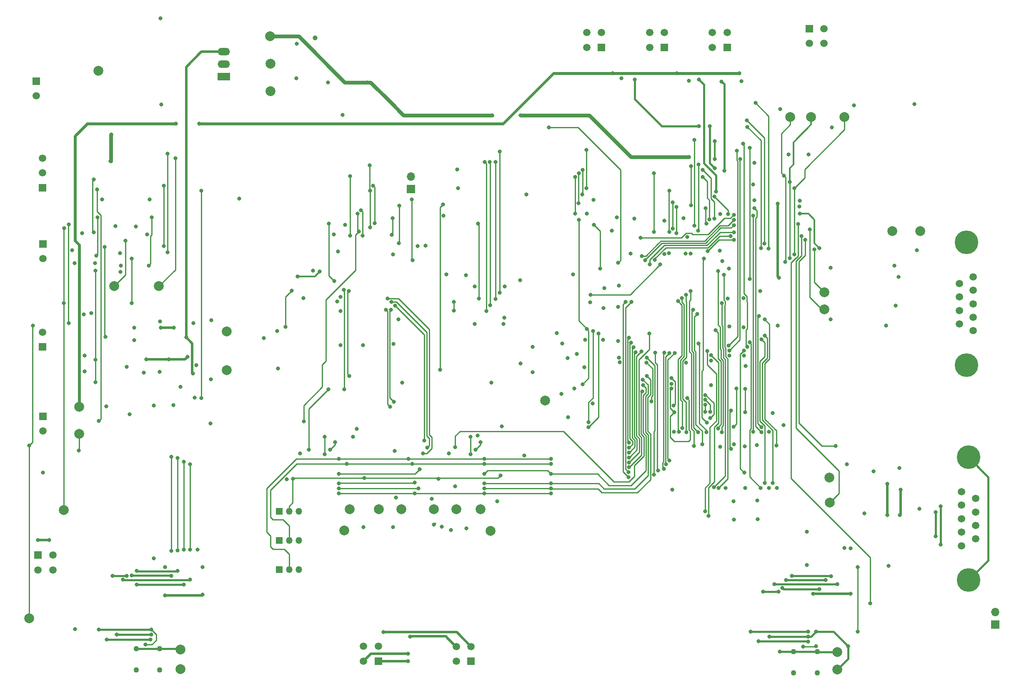
<source format=gbr>
%TF.GenerationSoftware,KiCad,Pcbnew,7.0.8*%
%TF.CreationDate,2024-01-22T14:24:45+01:00*%
%TF.ProjectId,BMS-Master,424d532d-4d61-4737-9465-722e6b696361,rev?*%
%TF.SameCoordinates,Original*%
%TF.FileFunction,Copper,L4,Bot*%
%TF.FilePolarity,Positive*%
%FSLAX46Y46*%
G04 Gerber Fmt 4.6, Leading zero omitted, Abs format (unit mm)*
G04 Created by KiCad (PCBNEW 7.0.8) date 2024-01-22 14:24:45*
%MOMM*%
%LPD*%
G01*
G04 APERTURE LIST*
%TA.AperFunction,ComponentPad*%
%ADD10R,1.700000X1.700000*%
%TD*%
%TA.AperFunction,ComponentPad*%
%ADD11O,1.700000X1.700000*%
%TD*%
%TA.AperFunction,ComponentPad*%
%ADD12R,1.520000X1.520000*%
%TD*%
%TA.AperFunction,ComponentPad*%
%ADD13C,1.520000*%
%TD*%
%TA.AperFunction,ComponentPad*%
%ADD14C,2.000000*%
%TD*%
%TA.AperFunction,ComponentPad*%
%ADD15R,2.500000X1.500000*%
%TD*%
%TA.AperFunction,ComponentPad*%
%ADD16O,2.500000X1.500000*%
%TD*%
%TA.AperFunction,ComponentPad*%
%ADD17R,1.350000X1.350000*%
%TD*%
%TA.AperFunction,ComponentPad*%
%ADD18O,1.350000X1.350000*%
%TD*%
%TA.AperFunction,ComponentPad*%
%ADD19C,1.100000*%
%TD*%
%TA.AperFunction,ComponentPad*%
%ADD20C,4.800000*%
%TD*%
%TA.AperFunction,ComponentPad*%
%ADD21C,1.500000*%
%TD*%
%TA.AperFunction,ViaPad*%
%ADD22C,0.800000*%
%TD*%
%TA.AperFunction,ViaPad*%
%ADD23C,1.000000*%
%TD*%
%TA.AperFunction,Conductor*%
%ADD24C,0.762000*%
%TD*%
%TA.AperFunction,Conductor*%
%ADD25C,0.254000*%
%TD*%
%TA.AperFunction,Conductor*%
%ADD26C,0.300000*%
%TD*%
%TA.AperFunction,Conductor*%
%ADD27C,0.381000*%
%TD*%
%TA.AperFunction,Conductor*%
%ADD28C,0.508000*%
%TD*%
%TA.AperFunction,Conductor*%
%ADD29C,0.600000*%
%TD*%
%TA.AperFunction,Conductor*%
%ADD30C,0.250000*%
%TD*%
G04 APERTURE END LIST*
D10*
%TO.P,J5,1,Pin_1*%
%TO.N,+3.3V*%
X163000000Y-131040000D03*
D11*
%TO.P,J5,2,Pin_2*%
%TO.N,/MCU1_secondary/MCU1_BOOT*%
X163000000Y-128500000D03*
%TD*%
D12*
%TO.P,J12,1,1*%
%TO.N,Net-(IC2-Pad1)*%
X88248500Y-142149000D03*
D13*
%TO.P,J12,2,2*%
%TO.N,+3.3V*%
X88248500Y-145149000D03*
%TD*%
D12*
%TO.P,J16,1,1*%
%TO.N,/Contactors/contactors_com_pos*%
X227250001Y-102190000D03*
D13*
%TO.P,J16,2,2*%
%TO.N,/Contactors/Contactor_out0*%
X224250002Y-102190000D03*
%TO.P,J16,3,3*%
%TO.N,/Contactors/feedback0*%
X227250001Y-99190001D03*
%TO.P,J16,4,4*%
%TO.N,GND*%
X224250002Y-99190001D03*
%TD*%
D14*
%TO.P,TP3,1,1*%
%TO.N,USB1_GND*%
X116180000Y-224657100D03*
%TD*%
%TO.P,TP6,1,1*%
%TO.N,/isoSPI_interface/OUT0_P*%
X172200000Y-196150000D03*
%TD*%
D12*
%TO.P,J11,1,1*%
%TO.N,GND*%
X88151750Y-130743000D03*
D13*
%TO.P,J11,2,2*%
%TO.N,Net-(F1-Pad1)*%
X88151750Y-127743000D03*
%TO.P,J11,3,3*%
%TO.N,/Shutdown/Bender_OK_EXT*%
X88151750Y-124743000D03*
%TD*%
D14*
%TO.P,TP13,1,1*%
%TO.N,/isoSPI_interface/OUT1_P_rv*%
X161050000Y-196150000D03*
%TD*%
%TO.P,TP16,1,1*%
%TO.N,Net-(C71-Pad1)*%
X125616750Y-159937000D03*
%TD*%
D12*
%TO.P,J7,1,1*%
%TO.N,Net-(T1-PRI_6)*%
X175239649Y-227015000D03*
D13*
%TO.P,J7,2,2*%
%TO.N,Net-(T1-PRI_4)*%
X172239650Y-227015000D03*
%TO.P,J7,3,3*%
%TO.N,Net-(T2-PRI_4)*%
X175239649Y-224015001D03*
%TO.P,J7,4,4*%
%TO.N,Net-(T2-PRI_6)*%
X172239650Y-224015001D03*
%TD*%
D14*
%TO.P,TP33,1,1*%
%TO.N,+3.3V*%
X134454000Y-105505000D03*
%TD*%
%TO.P,TP23,1,1*%
%TO.N,/Contactors/contactors_com_pos*%
X95625500Y-175299000D03*
%TD*%
D15*
%TO.P,U21,1,Vin*%
%TO.N,Net-(U21-Vin)*%
X124954000Y-108145000D03*
D16*
%TO.P,U21,2,GND*%
%TO.N,GND*%
X124954000Y-105605000D03*
%TO.P,U21,3,Vout*%
%TO.N,+5V*%
X124954000Y-103065000D03*
%TD*%
D14*
%TO.P,TP4,1,1*%
%TO.N,USB0_GND*%
X249650500Y-225171000D03*
%TD*%
%TO.P,TP12,1,1*%
%TO.N,/isoSPI_interface/OUT1_N_rv*%
X156450000Y-196150000D03*
%TD*%
%TO.P,TP36,1,1*%
%TO.N,GND_ISO*%
X260760000Y-139570000D03*
%TD*%
%TO.P,TP25,1,1*%
%TO.N,/Contactors/Contactor_feedback1*%
X244326000Y-116325000D03*
%TD*%
%TO.P,TP5,1,1*%
%TO.N,USB_VCC*%
X249650500Y-228750000D03*
%TD*%
%TO.P,TP29,1,1*%
%TO.N,/CAN0_interface/CAN0.RX*%
X248063000Y-194757000D03*
%TD*%
D17*
%TO.P,J9,1,Pin_1*%
%TO.N,+3.3V*%
X136250000Y-208400000D03*
D18*
%TO.P,J9,2,Pin_2*%
%TO.N,/isoSPI_interface/PHA_0*%
X138250000Y-208400000D03*
%TO.P,J9,3,Pin_3*%
%TO.N,GND*%
X140250000Y-208400000D03*
%TD*%
D14*
%TO.P,TP7,1,1*%
%TO.N,/isoSPI_interface/OUT0_N*%
X167650000Y-196150000D03*
%TD*%
%TO.P,TP9,1,1*%
%TO.N,/isoSPI_interface/OUT0_P_rv*%
X179150000Y-200500000D03*
%TD*%
D19*
%TO.P,P1,S1,SHIELD*%
%TO.N,USB1_GND*%
X107180000Y-224507100D03*
X107180000Y-228807100D03*
X111980000Y-224507100D03*
X111980000Y-228807100D03*
%TD*%
D14*
%TO.P,TP10,1,1*%
%TO.N,/isoSPI_interface/OUT1_P*%
X150550000Y-196150000D03*
%TD*%
%TO.P,TP35,1,1*%
%TO.N,+5V_ISO*%
X266510000Y-139570000D03*
%TD*%
%TO.P,TP24,1,1*%
%TO.N,/Contactors/Contactor_feedback0*%
X240076000Y-116325000D03*
%TD*%
D12*
%TO.P,J6,1,1*%
%TO.N,Net-(T1-PRI_3)*%
X156389649Y-227000000D03*
D13*
%TO.P,J6,2,2*%
%TO.N,Net-(T1-PRI_1)*%
X153389650Y-227000000D03*
%TO.P,J6,3,3*%
%TO.N,Net-(T2-PRI_1)*%
X156389649Y-224000001D03*
%TO.P,J6,4,4*%
%TO.N,Net-(T2-PRI_3)*%
X153389650Y-224000001D03*
%TD*%
D14*
%TO.P,TP11,1,1*%
%TO.N,/isoSPI_interface/OUT1_N*%
X149450000Y-200450000D03*
%TD*%
%TO.P,TP34,1,1*%
%TO.N,GND*%
X134454000Y-111105000D03*
%TD*%
%TO.P,TP21,1,1*%
%TO.N,/Shutdown/IMD_SHTDW*%
X85483325Y-218325326D03*
%TD*%
%TO.P,TP27,1,1*%
%TO.N,/CAN0_interface/CAN0.TX*%
X248013000Y-189657000D03*
%TD*%
D12*
%TO.P,J19,1,1*%
%TO.N,/Contactors/contactors_com_pos*%
X214500001Y-102190000D03*
D13*
%TO.P,J19,2,2*%
%TO.N,/Contactors/Contactor_out2*%
X211500002Y-102190000D03*
%TO.P,J19,3,3*%
%TO.N,/Contactors/feedback2*%
X214500001Y-99190001D03*
%TO.P,J19,4,4*%
%TO.N,GND*%
X211500002Y-99190001D03*
%TD*%
D14*
%TO.P,TP17,1,1*%
%TO.N,Net-(R45-Pad2)*%
X125616750Y-167811000D03*
%TD*%
D20*
%TO.P,J20,0,PAD*%
%TO.N,unconnected-(J20-PAD-Pad0)*%
X276283000Y-210542000D03*
X276283000Y-185552000D03*
D21*
%TO.P,J20,1,1*%
%TO.N,unconnected-(J20-Pad1)*%
X274863000Y-192567000D03*
%TO.P,J20,2,2*%
%TO.N,/CAN0_interface/CAN0_L*%
X274863000Y-195307000D03*
%TO.P,J20,3,3*%
%TO.N,GND*%
X274863000Y-198047000D03*
%TO.P,J20,4,4*%
%TO.N,unconnected-(J20-Pad4)*%
X274863000Y-200787000D03*
%TO.P,J20,5,5*%
%TO.N,GND*%
X274863000Y-203527000D03*
%TO.P,J20,6,6*%
X277703000Y-193937000D03*
%TO.P,J20,7,7*%
%TO.N,/CAN0_interface/CAN0_H*%
X277703000Y-196677000D03*
%TO.P,J20,8,8*%
%TO.N,unconnected-(J20-Pad8)*%
X277703000Y-199417000D03*
%TO.P,J20,9,9*%
%TO.N,+5V*%
X277703000Y-202157000D03*
%TD*%
D14*
%TO.P,TP26,1,1*%
%TO.N,/Contactors/Contactor_feedback2*%
X251076000Y-116325000D03*
%TD*%
D17*
%TO.P,J10,1,Pin_1*%
%TO.N,+3.3V*%
X136250000Y-196500000D03*
D18*
%TO.P,J10,2,Pin_2*%
%TO.N,/isoSPI_interface/SLOW*%
X138250000Y-196500000D03*
%TO.P,J10,3,Pin_3*%
%TO.N,GND*%
X140250000Y-196500000D03*
%TD*%
D14*
%TO.P,TP22,1,1*%
%TO.N,Net-(IC7-OUT_1)*%
X95625500Y-180760000D03*
%TD*%
D12*
%TO.P,J14,1,1*%
%TO.N,Net-(IC8-C)*%
X87243676Y-205460326D03*
D13*
%TO.P,J14,2,2*%
%TO.N,Net-(IC8-E)*%
X90243675Y-205460326D03*
%TO.P,J14,3,3*%
%TO.N,Net-(IC10-C)*%
X87243676Y-208460325D03*
%TO.P,J14,4,4*%
%TO.N,Net-(IC10-E)*%
X90243675Y-208460325D03*
%TD*%
D20*
%TO.P,J21,0,PAD*%
%TO.N,GND_ISO*%
X275830000Y-141845000D03*
X275830000Y-166835000D03*
D21*
%TO.P,J21,1,1*%
%TO.N,unconnected-(J21-Pad1)*%
X277250000Y-159820000D03*
%TO.P,J21,2,2*%
%TO.N,/CAN0_interface/CAN1_-*%
X277250000Y-157080000D03*
%TO.P,J21,3,3*%
%TO.N,GND_ISO*%
X277250000Y-154340000D03*
%TO.P,J21,4,4*%
%TO.N,unconnected-(J21-Pad4)*%
X277250000Y-151600000D03*
%TO.P,J21,5,5*%
%TO.N,GND_ISO*%
X277250000Y-148860000D03*
%TO.P,J21,6,6*%
X274410000Y-158450000D03*
%TO.P,J21,7,7*%
%TO.N,/CAN0_interface/CAN1_+*%
X274410000Y-155710000D03*
%TO.P,J21,8,8*%
%TO.N,unconnected-(J21-Pad8)*%
X274410000Y-152970000D03*
%TO.P,J21,9,9*%
%TO.N,+5V_ISO*%
X274410000Y-150230000D03*
%TD*%
D12*
%TO.P,J17,1,1*%
%TO.N,Net-(IC11-C)*%
X243921001Y-98385000D03*
D13*
%TO.P,J17,2,2*%
%TO.N,Net-(IC12-C)*%
X246921000Y-98385000D03*
%TO.P,J17,3,3*%
%TO.N,Net-(IC13-C)*%
X243921001Y-101384999D03*
%TO.P,J17,4,4*%
%TO.N,Net-(IC11-E)*%
X246921000Y-101384999D03*
%TD*%
D12*
%TO.P,J13,1,1*%
%TO.N,Net-(IC6-Pad1)*%
X88182000Y-163121000D03*
D13*
%TO.P,J13,2,2*%
%TO.N,+3.3V*%
X88182000Y-160121000D03*
%TD*%
D14*
%TO.P,TP14,1,1*%
%TO.N,/Shutdown/Bender_OK_EXT*%
X111829000Y-150749000D03*
%TD*%
%TO.P,TP31,1,1*%
%TO.N,SUPPLY*%
X99500000Y-106975000D03*
%TD*%
D12*
%TO.P,J15,1,1*%
%TO.N,/Contactors/contactors_com_pos*%
X88248500Y-177201000D03*
D13*
%TO.P,J15,2,2*%
%TO.N,Net-(IC7-OUT_1)*%
X88248500Y-180201000D03*
%TD*%
D14*
%TO.P,TP8,1,1*%
%TO.N,/isoSPI_interface/OUT0_N_rv*%
X177150000Y-196150000D03*
%TD*%
%TO.P,TP20,1,1*%
%TO.N,/Shutdown/AMS_SHTDW*%
X92483325Y-196325326D03*
%TD*%
%TO.P,TP18,1,1*%
%TO.N,Net-(IC1-Pad6)*%
X102756750Y-150730000D03*
%TD*%
%TO.P,TP30,1,1*%
%TO.N,/CAN0_interface/CAN1.RX*%
X247000000Y-155500000D03*
%TD*%
%TO.P,TP28,1,1*%
%TO.N,/CAN0_interface/CAN1.TX*%
X247000000Y-152000000D03*
%TD*%
D19*
%TO.P,P2,S1,SHIELD*%
%TO.N,USB0_GND*%
X240755500Y-225081000D03*
X240755500Y-229381000D03*
X245555500Y-225081000D03*
X245555500Y-229381000D03*
%TD*%
D17*
%TO.P,J8,1,Pin_1*%
%TO.N,+3.3V*%
X136250000Y-202450000D03*
D18*
%TO.P,J8,2,Pin_2*%
%TO.N,/isoSPI_interface/POL_0*%
X138250000Y-202450000D03*
%TO.P,J8,3,Pin_3*%
%TO.N,GND*%
X140250000Y-202450000D03*
%TD*%
D14*
%TO.P,TP2,1,1*%
%TO.N,USB1_VCC*%
X116180000Y-228607100D03*
%TD*%
%TO.P,TP32,1,1*%
%TO.N,+5V*%
X134404000Y-99955000D03*
%TD*%
D10*
%TO.P,J3,1,Pin_1*%
%TO.N,+3.3V*%
X281750000Y-219540000D03*
D11*
%TO.P,J3,2,Pin_2*%
%TO.N,/MCU0_primary/MCU0_BOOT*%
X281750000Y-217000000D03*
%TD*%
D12*
%TO.P,J18,1,1*%
%TO.N,/Contactors/contactors_com_pos*%
X201733668Y-102181000D03*
D13*
%TO.P,J18,2,2*%
%TO.N,/Contactors/Contactor_out1*%
X198733669Y-102181000D03*
%TO.P,J18,3,3*%
%TO.N,/Contactors/feedback1*%
X201733668Y-99181001D03*
%TO.P,J18,4,4*%
%TO.N,GND*%
X198733669Y-99181001D03*
%TD*%
D12*
%TO.P,J22,1,1*%
%TO.N,Net-(F2-Pad1)*%
X86896750Y-109060000D03*
D13*
%TO.P,J22,2,2*%
%TO.N,GND*%
X86896750Y-112060000D03*
%TD*%
D14*
%TO.P,TP1,1,1*%
%TO.N,Net-(U1-VDDA)*%
X190246000Y-173990000D03*
%TD*%
D22*
%TO.N,GND*%
X153234000Y-162735000D03*
X199390000Y-154051000D03*
X199898000Y-174625000D03*
X175967000Y-150797000D03*
X227711000Y-164846000D03*
X237376001Y-191818600D03*
X204851000Y-136779000D03*
X234000000Y-151750000D03*
X122345000Y-169725000D03*
X113030000Y-207899000D03*
X253000000Y-114000000D03*
X94750000Y-220500000D03*
X108756000Y-168328000D03*
X179364500Y-170353000D03*
X243409500Y-200688000D03*
X96691000Y-164899000D03*
X110788000Y-175059000D03*
X104057000Y-146611000D03*
X149612000Y-138296000D03*
X215921000Y-171595503D03*
X182063000Y-150797000D03*
X233426000Y-198120000D03*
X109391000Y-140261000D03*
X170180000Y-148336000D03*
X103930000Y-144071000D03*
X237500000Y-158750000D03*
X230886000Y-176403000D03*
X208407000Y-137033000D03*
X230899001Y-191818600D03*
X174250000Y-200000000D03*
X175967000Y-158417000D03*
X255120000Y-196953000D03*
X105835000Y-176837000D03*
X248250000Y-157500000D03*
X139700000Y-108458000D03*
X141169000Y-153210000D03*
X181809000Y-158417000D03*
X196215000Y-171577000D03*
X172000000Y-191500000D03*
X227711500Y-158946026D03*
X153381600Y-199716800D03*
X248500000Y-118500000D03*
X137759714Y-190009714D03*
X233312001Y-183055600D03*
X214462000Y-137446000D03*
X148662000Y-162735000D03*
X227330353Y-153288647D03*
X228613001Y-182928600D03*
X186000000Y-185177500D03*
X135862000Y-159896000D03*
X112268000Y-113792000D03*
X266296000Y-196064000D03*
X227584000Y-147193000D03*
X230912000Y-171646000D03*
X205394500Y-166265500D03*
X230123002Y-109058000D03*
X112141000Y-96266000D03*
X160000000Y-193750000D03*
X241900000Y-134578000D03*
X232791000Y-125688000D03*
X252299500Y-204087100D03*
X101136000Y-175186000D03*
X194945000Y-177419000D03*
X148212000Y-143746000D03*
X119424000Y-166804000D03*
X114725000Y-174932000D03*
X215461645Y-144003149D03*
X109899000Y-133149000D03*
X205105000Y-154940000D03*
X219837000Y-144145000D03*
X122301000Y-178689000D03*
X262250000Y-187750000D03*
X239750000Y-124000000D03*
X193762000Y-162446000D03*
X231000000Y-167000000D03*
X232791000Y-133308000D03*
X229112000Y-171596000D03*
X112058000Y-157914000D03*
X167250000Y-194000000D03*
X169252000Y-199688799D03*
X166000000Y-142500000D03*
X96564000Y-156517000D03*
X140500000Y-184750000D03*
X205105000Y-161925000D03*
X140000000Y-148750000D03*
X219112000Y-173546000D03*
X122472000Y-157660000D03*
X192659000Y-160274000D03*
X216100737Y-192107263D03*
X88211675Y-188696326D03*
X228600000Y-198247000D03*
X218362000Y-136896000D03*
X146177000Y-109347000D03*
X152000000Y-179750000D03*
X228537000Y-179346000D03*
X144500000Y-147750000D03*
X172411000Y-127048000D03*
X194818000Y-165354000D03*
X159750000Y-184250000D03*
X161250000Y-170353000D03*
X238000000Y-114750000D03*
X107105000Y-138610000D03*
X96691000Y-168074000D03*
X198712000Y-135996000D03*
X198247000Y-167259000D03*
X265250000Y-113750000D03*
X94151000Y-143436000D03*
X118789000Y-158295000D03*
X96183000Y-140007000D03*
X94659000Y-146103000D03*
X181500000Y-179250000D03*
X198374000Y-161671000D03*
X148062000Y-153846000D03*
X187706000Y-163068000D03*
X180500000Y-194500000D03*
X257025000Y-188444000D03*
X224688500Y-132572193D03*
X195961000Y-148336000D03*
X159457000Y-162481000D03*
X227412000Y-136107499D03*
X120650000Y-207899000D03*
X159350600Y-199716800D03*
X205750000Y-108500000D03*
X187706000Y-168275000D03*
X205232000Y-150622000D03*
X216535000Y-176403000D03*
X100247000Y-133149000D03*
X159362000Y-144296000D03*
X223990214Y-170872510D03*
X260073000Y-207621000D03*
X235725001Y-191818600D03*
X236474000Y-176530000D03*
X111931000Y-168201000D03*
X170750000Y-184750000D03*
X219500000Y-109000000D03*
X136000000Y-167500000D03*
X226962001Y-191818600D03*
X232536500Y-130083500D03*
%TO.N,+3.3V*%
X163780299Y-192904000D03*
X143129000Y-147574000D03*
X177930299Y-192904000D03*
X139812000Y-101496000D03*
X218931500Y-166278637D03*
X149112000Y-115946000D03*
X128143000Y-132969000D03*
X230661500Y-164896000D03*
X151250000Y-181400000D03*
X172562000Y-130846000D03*
X243750000Y-124000000D03*
X218837497Y-144145000D03*
X228537201Y-194496000D03*
X196728738Y-164530154D03*
X230862000Y-183296000D03*
X174212000Y-148546000D03*
X110762000Y-206096000D03*
X205219077Y-165281512D03*
X160512000Y-157546000D03*
X182012000Y-157146000D03*
X191430299Y-192904000D03*
X193562000Y-172646000D03*
D23*
X143500000Y-100250000D03*
D22*
X106812000Y-159196000D03*
X214493336Y-144250908D03*
X216424521Y-180346761D03*
X119062000Y-173446000D03*
X225741342Y-143521568D03*
X164338000Y-142621000D03*
X147320000Y-140208000D03*
X223936500Y-165896000D03*
X133096000Y-161290000D03*
X148338000Y-192904000D03*
X235737001Y-180346000D03*
X219158000Y-140746000D03*
X119662000Y-204346000D03*
X225812000Y-183396000D03*
X207662000Y-144096000D03*
X233337001Y-194346000D03*
X248250000Y-147000000D03*
X225812000Y-136107499D03*
X106762000Y-161746000D03*
X238662000Y-179046000D03*
X202312000Y-151196000D03*
X105262000Y-167196000D03*
X230562500Y-159096000D03*
X215921000Y-170596000D03*
X185312000Y-166496000D03*
X200062000Y-133246000D03*
X251062000Y-203996000D03*
X98062000Y-156196000D03*
X186436000Y-132080000D03*
X243412000Y-207496000D03*
X203835000Y-139446000D03*
X98812000Y-146096000D03*
X202012000Y-161690000D03*
X148662000Y-152959500D03*
X185162000Y-149514000D03*
X103012000Y-138546000D03*
X230562000Y-153190000D03*
X202162000Y-155190000D03*
X226279319Y-145658208D03*
X148662500Y-155846000D03*
X176550000Y-181150000D03*
X104012000Y-147846000D03*
X242000000Y-133346000D03*
X251612000Y-186996000D03*
X116212000Y-171196000D03*
%TO.N,/MCU0_primary/MCU0_NRST*%
X197104000Y-137287000D03*
X198755000Y-159416500D03*
X197866000Y-170688000D03*
%TO.N,/MCU1_secondary/MCU1_NRST*%
X147447000Y-149733000D03*
X146304000Y-138049000D03*
X138812714Y-151650500D03*
X137541000Y-159004000D03*
%TO.N,Net-(U5-3V3OUT)*%
X105266000Y-209671161D03*
X102362000Y-209677000D03*
%TO.N,USB1_GND*%
X120650000Y-213487000D03*
X113030000Y-213614000D03*
%TO.N,USB1_VCC*%
X110236000Y-221615000D03*
X103251000Y-221615000D03*
%TO.N,Net-(U6-3V3OUT)*%
X234519500Y-212880000D03*
X237694500Y-212880000D03*
%TO.N,USB0_GND*%
X252299500Y-213261000D03*
X244679500Y-213261000D03*
X237948500Y-225072000D03*
%TO.N,USB_VCC*%
X235789500Y-222024000D03*
X251862000Y-223996000D03*
X245314500Y-221008000D03*
X243663500Y-222024000D03*
%TO.N,SUPPLY*%
X102166000Y-119889000D03*
X101981000Y-125349000D03*
%TO.N,Net-(IC3-OUT_1)*%
X99568000Y-178181000D03*
X99278098Y-131066458D03*
%TO.N,+5V*%
X185250000Y-116000000D03*
X246000000Y-143000000D03*
X224750000Y-124899502D03*
X237500000Y-134000000D03*
X118745000Y-168529000D03*
X224750000Y-121250000D03*
X237750000Y-149000000D03*
X219500000Y-124500000D03*
X242000000Y-136000000D03*
X117348000Y-161163000D03*
X179500000Y-116000000D03*
X154162000Y-109296000D03*
%TO.N,Net-(IC7-OUT_1)*%
X95504000Y-184150000D03*
%TO.N,+5V_ISO*%
X265760000Y-143445000D03*
X261500000Y-154750000D03*
%TO.N,GND_ISO*%
X262101463Y-148850000D03*
X261250000Y-146600000D03*
X259500000Y-158750000D03*
%TO.N,Net-(D1-A)*%
X199112000Y-178396000D03*
X200012000Y-159916500D03*
%TO.N,Net-(D2-A)*%
X201112000Y-160396000D03*
X199112000Y-179446000D03*
%TO.N,Net-(D3-A)*%
X149352000Y-151506500D03*
X149500000Y-171750000D03*
%TO.N,Net-(D4-A)*%
X150368000Y-151765000D03*
X150500000Y-169000000D03*
%TO.N,/Contactors/contactors_com_pos*%
X120000000Y-117750000D03*
X115250000Y-117750000D03*
X217000000Y-107500000D03*
X229750000Y-107500000D03*
X204000000Y-107500000D03*
%TO.N,/Shutdown/Bender_OK_EXT*%
X115189000Y-124714000D03*
%TO.N,Net-(IC1-Pad2)*%
X99060000Y-144526000D03*
X110363000Y-136779000D03*
X99314000Y-136779000D03*
X109728000Y-146558000D03*
%TO.N,/Shutdown/AMS_SHTDW*%
X92483325Y-154178000D03*
X106299000Y-154178000D03*
X106299000Y-145161000D03*
X92583000Y-138938000D03*
X98552000Y-139827000D03*
X98552000Y-129032000D03*
%TO.N,/MCU0_primary/SHUTDOWN_ctrl_MCU0*%
X113538000Y-123789500D03*
X113538000Y-143891000D03*
X220599000Y-138430000D03*
X220562000Y-121000000D03*
%TO.N,/MCU1_secondary/SHUTDOWN_ctrl_MCU0*%
X112776000Y-142621000D03*
X155321000Y-130302000D03*
X155612000Y-137946000D03*
X112776000Y-130302000D03*
%TO.N,Net-(IC1-Pad6)*%
X105029000Y-141478000D03*
%TO.N,/Shutdown/IMD_SHTDW*%
X86254798Y-158741061D03*
X93472000Y-138176000D03*
X93472000Y-158294000D03*
X85471000Y-183134000D03*
%TO.N,Net-(IC1-Pad10)*%
X100965000Y-161036000D03*
X100767500Y-142748000D03*
%TO.N,Net-(IC2-Pad3)*%
X98933000Y-147574000D03*
X98933000Y-170307000D03*
X98933000Y-165735000D03*
%TO.N,Net-(IC4-Pad1)*%
X117646000Y-165153000D03*
X113836000Y-165661000D03*
X109264000Y-165661000D03*
%TO.N,Net-(IC4-Pad6)*%
X112185000Y-159184000D03*
X114852000Y-159184000D03*
%TO.N,Net-(IC8-C)*%
X87245325Y-202385326D03*
X89531325Y-202385326D03*
%TO.N,/MCU0_primary/SHUTDOWN_feedback_MCU0*%
X154686500Y-138771131D03*
X154594000Y-126146000D03*
X120396000Y-131318000D03*
X120396000Y-173482000D03*
X154686000Y-131318000D03*
X219872500Y-126344500D03*
X219872500Y-134346000D03*
%TO.N,/Contactors/Contactor_feedback0*%
X238812000Y-128296000D03*
X239062000Y-145846000D03*
%TO.N,/Contactors/Contactor_feedback1*%
X239960000Y-129540000D03*
X240000000Y-145092000D03*
%TO.N,/Contactors/Contactor_feedback2*%
X240900000Y-130796000D03*
X240900000Y-144296000D03*
%TO.N,/MCU0_Memory/EEPROM.CS*%
X200152000Y-138303000D03*
X201422000Y-147193000D03*
%TO.N,/MCU0_Memory/EEPROM.MISO*%
X216916000Y-139954000D03*
X216916000Y-134620000D03*
%TO.N,/MCU0_Memory/EEPROM.MOSI*%
X215519000Y-131318000D03*
X215463000Y-139724830D03*
%TO.N,/MCU0_Memory/EEPROM.SCK*%
X216189500Y-139025985D03*
X216154000Y-133731000D03*
%TO.N,Net-(J1-+)*%
X205112000Y-145996000D03*
X191000000Y-118500000D03*
%TO.N,/MCU0_primary/MCU0_SWDIO*%
X231810500Y-149335073D03*
X198662000Y-123022000D03*
X231810000Y-122646000D03*
X198627136Y-130810000D03*
%TO.N,/MCU0_primary/MCU0_SWCLK*%
X197795000Y-132080000D03*
X197891637Y-127071000D03*
X224663000Y-137032500D03*
X222250000Y-127071000D03*
%TO.N,/MCU0_primary/MCU0_SWO*%
X212362000Y-127797500D03*
X197173636Y-127797500D03*
X197068500Y-133917626D03*
X212412000Y-139746000D03*
%TO.N,/MCU0_primary/MCU0_TDI*%
X196342000Y-136017000D03*
X222250000Y-128524000D03*
X196342000Y-128524000D03*
X223647000Y-137160000D03*
%TO.N,/MCU0_primary/MCU0_BOOT*%
X241626500Y-138096000D03*
X228602945Y-138372375D03*
X210564320Y-145450500D03*
X256312000Y-215250000D03*
%TO.N,/MCU1_secondary/MCU1_SWDIO*%
X163391500Y-145459500D03*
X163195000Y-133096000D03*
%TO.N,/MCU1_secondary/MCU1_SWCLK*%
X160655000Y-134366000D03*
X160528000Y-141986000D03*
%TO.N,/MCU1_secondary/MCU1_SWO*%
X152852755Y-135290500D03*
X153162000Y-140462000D03*
%TO.N,/MCU1_secondary/MCU1_TDI*%
X159131000Y-140335000D03*
X159258000Y-136906000D03*
%TO.N,/MCU1_secondary/MCU1_BOOT*%
X150622000Y-140462000D03*
X150622000Y-128397000D03*
%TO.N,Net-(T1-PRI_3)*%
X162400000Y-227000000D03*
%TO.N,Net-(T1-PRI_1)*%
X162400000Y-225500000D03*
%TO.N,Net-(T2-PRI_4)*%
X157400000Y-221100000D03*
%TO.N,Net-(T2-PRI_6)*%
X162850000Y-222000000D03*
%TO.N,/isoSPI_interface/POL_0*%
X191430299Y-186904000D03*
X163250000Y-186904000D03*
X150000000Y-186904000D03*
X177930299Y-186904000D03*
%TO.N,/isoSPI_interface/PHA_0*%
X191430299Y-185904000D03*
X148338000Y-185904000D03*
X177930299Y-185904000D03*
X162500000Y-185904000D03*
%TO.N,/isoSPI_interface/SLOW*%
X139038000Y-189904000D03*
X181250000Y-189226500D03*
X168630299Y-189904000D03*
X153500000Y-189750000D03*
%TO.N,/Contactors/feedback0*%
X226125000Y-109125000D03*
X226712000Y-127296000D03*
%TO.N,/Contactors/feedback1*%
X224750000Y-126750000D03*
X208500000Y-108750000D03*
X223750000Y-118250000D03*
X221500000Y-118250000D03*
%TO.N,/Contactors/feedback2*%
X225000000Y-131500000D03*
X221500000Y-108750000D03*
%TO.N,/CAN0_interface/CAN0_L*%
X270614000Y-203303000D03*
X270614000Y-195556000D03*
%TO.N,/CAN0_interface/CAN0_H*%
X269598000Y-201652000D03*
X269598000Y-196699000D03*
%TO.N,Net-(U17-CANL)*%
X262486000Y-192127000D03*
X262359000Y-197334000D03*
%TO.N,Net-(U17-CANH)*%
X259819000Y-190984000D03*
X259819000Y-197334000D03*
%TO.N,/USB_interface/D1+*%
X109093000Y-223647000D03*
X99568000Y-220599000D03*
X110236000Y-220599000D03*
%TO.N,/USB_interface/D1-*%
X110109000Y-222631000D03*
X101219000Y-222631000D03*
%TO.N,/USB_interface/D0+*%
X245314500Y-223929000D03*
X243663500Y-221008000D03*
X242679000Y-224056000D03*
X231979500Y-221008000D03*
%TO.N,/USB_interface/D0-*%
X233630500Y-222913000D03*
X243663500Y-223023503D03*
%TO.N,/MCU0_primary/FTDI_MCU0.DTR*%
X253746000Y-221000000D03*
X253746000Y-207899000D03*
%TO.N,/MCU1_secondary/FTDI_MCU1.DTR*%
X168910000Y-167750000D03*
X115570000Y-204470000D03*
X115570000Y-185674000D03*
X169545000Y-134112000D03*
%TO.N,/MCU1_secondary/FTDI_MCU1.RTS*%
X114300000Y-204597000D03*
X114300000Y-185450000D03*
%TO.N,/isoSPI_interface/OUT0_N*%
X167682000Y-199261799D03*
%TO.N,/isoSPI_interface/OUT0_P*%
X171173000Y-200323799D03*
%TO.N,Net-(R39-Pad2)*%
X175087500Y-184962500D03*
X175087500Y-181412500D03*
%TO.N,Net-(R40-Pad2)*%
X145500000Y-181400000D03*
X145500000Y-184950000D03*
%TO.N,/MCU0_primary/isoSPI0.DIR*%
X199500000Y-152500000D03*
X213677298Y-146346000D03*
%TO.N,/MCU1_secondary/isoSPI1.DIR*%
X169636500Y-136398000D03*
X152435500Y-139630364D03*
X141250000Y-178250000D03*
X152146000Y-136017000D03*
%TO.N,/Contactors/Contactor_ctrl0*%
X233000000Y-113500000D03*
X235662000Y-143146000D03*
%TO.N,/Contactors/Contactor_ctrl1*%
X231375000Y-118375000D03*
X234112000Y-142996000D03*
%TO.N,/Contactors/Contactor_ctrl2*%
X234838500Y-142096000D03*
X231250000Y-117000000D03*
%TO.N,/CAN0_interface/CAN0.TRANS_STBY_CTRL*%
X249312000Y-183246000D03*
X223262000Y-143646000D03*
X228655000Y-141369500D03*
X243100000Y-141369500D03*
%TO.N,/CAN0_interface/CAN1.TRANS_STBY_CTRL*%
X211562000Y-146346000D03*
X228655000Y-139796000D03*
%TO.N,/CAN0_interface/CAN0.TX*%
X230666252Y-163846275D03*
X230712000Y-188646000D03*
%TO.N,/CAN0_interface/CAN1.TX*%
X245000000Y-143250000D03*
X209662000Y-140946000D03*
X228612000Y-136296497D03*
%TO.N,/CAN0_interface/CAN0.RX*%
X227912000Y-140546000D03*
X242353000Y-140546000D03*
X212574889Y-145414132D03*
%TO.N,/CAN0_interface/CAN1.RX*%
X228612000Y-137296000D03*
X244000000Y-139250000D03*
X209884500Y-144596000D03*
%TO.N,/MCU0_Memory/MCU0_RAM.A0*%
X220512000Y-183246000D03*
X219853601Y-151752620D03*
%TO.N,/MCU0_Memory/MCU0_RAM.A1*%
X218857960Y-152548232D03*
X218948000Y-180467000D03*
%TO.N,/MCU0_Memory/MCU0_RAM.A2*%
X218150500Y-179572161D03*
X218077480Y-153172616D03*
%TO.N,/MCU0_Memory/MCU0_RAM.A3*%
X217424000Y-180340000D03*
X217297000Y-153797000D03*
%TO.N,/MCU0_Memory/MCU0_RAM.A4*%
X207186393Y-189589203D03*
X206629000Y-153916500D03*
%TO.N,/MCU0_Memory/MCU0_RAM.A5*%
X207244807Y-188591409D03*
X207772000Y-153924000D03*
%TO.N,/MCU0_Memory/MCU0_RAM.SDNWE*%
X225421323Y-179687024D03*
X224917000Y-159690000D03*
%TO.N,/MCU0_primary/isoSPI0.CS*%
X172000000Y-183500000D03*
X210025500Y-172146000D03*
%TO.N,/MCU0_primary/isoSPI0.SCK*%
X177930299Y-188904000D03*
X191430299Y-188904000D03*
X210201500Y-170896000D03*
%TO.N,/MCU0_primary/isoSPI0.MISO*%
X177930299Y-190904000D03*
X191430299Y-190904000D03*
X210111211Y-169745252D03*
%TO.N,/MCU0_primary/isoSPI0.MOSI*%
X210962000Y-169046000D03*
X191430299Y-191904000D03*
X177930299Y-191904000D03*
%TO.N,/MCU0_Memory/MCU0_RAM.SDNRAS*%
X211841500Y-174146000D03*
X210865478Y-166278637D03*
%TO.N,/MCU0_Memory/MCU0_RAM.A6*%
X212387000Y-189096000D03*
X210952041Y-165282890D03*
%TO.N,/MCU0_Memory/MCU0_RAM.A7*%
X212662000Y-164302500D03*
X213250000Y-188250000D03*
%TO.N,/MCU0_Memory/MCU0_RAM.A8*%
X214431232Y-187872593D03*
X214530484Y-164302500D03*
%TO.N,/MCU0_Memory/MCU0_RAM.A9*%
X214858298Y-186968922D03*
X215532121Y-164362604D03*
%TO.N,/MCU0_Memory/MCU0_RAM.A10*%
X215921000Y-169446000D03*
X216375000Y-175046000D03*
%TO.N,/MCU0_Memory/MCU0_RAM.A11*%
X215526900Y-186225970D03*
X216570857Y-164373913D03*
%TO.N,/MCU0_Memory/MCU0_RAM.D4*%
X223774000Y-177546000D03*
X222795500Y-172874780D03*
%TO.N,/MCU0_Memory/MCU0_RAM.D5*%
X222795500Y-173874283D03*
X223795503Y-176326786D03*
%TO.N,/MCU0_Memory/MCU0_RAM.D6*%
X222795500Y-174873786D03*
X222795500Y-176326786D03*
%TO.N,/MCU0_Memory/MCU0_RAM.D7*%
X228055323Y-183846000D03*
X228055323Y-176046000D03*
%TO.N,/MCU0_Memory/MCU0_RAM.D8*%
X207301500Y-186594012D03*
X209850855Y-164050009D03*
%TO.N,/MCU0_Memory/MCU0_RAM.D9*%
X207301500Y-185594509D03*
X208676274Y-164197162D03*
%TO.N,/MCU0_Memory/MCU0_RAM.D10*%
X207301500Y-184595006D03*
X208209500Y-163197667D03*
%TO.N,/MCU0_Memory/MCU0_RAM.D11*%
X207755500Y-162213209D03*
X207301500Y-183595503D03*
%TO.N,/MCU0_Memory/MCU0_RAM.D12*%
X207301500Y-161268500D03*
X207301500Y-182596000D03*
%TO.N,/MCU0_primary/FTDI_MCU0.TX*%
X222752018Y-196522513D03*
X223212000Y-163946000D03*
%TO.N,/MCU0_primary/FTDI_MCU0.RX*%
X223478518Y-197429482D03*
X223936500Y-164746000D03*
%TO.N,/MCU0_Memory/MCU0_RAM.SDNE1*%
X223012000Y-180467000D03*
X221412000Y-162427474D03*
%TO.N,/MCU0_Memory/MCU0_RAM.SDCKE1*%
X207301500Y-187593515D03*
X211455000Y-160416500D03*
%TO.N,/MCU0_primary/MCU_to_MCU_INTERFACE_MCU0.CS*%
X179112000Y-154646000D03*
X227656663Y-163847975D03*
X229937500Y-124887584D03*
X179012000Y-125469500D03*
%TO.N,/MCU0_primary/MCU_to_MCU_INTERFACE_MCU0.MISO*%
X178362000Y-155846000D03*
X178012497Y-125469500D03*
X227507094Y-162859727D03*
X229250000Y-123226500D03*
%TO.N,/MCU0_primary/MCU_to_MCU_INTERFACE_MCU0.MOSI*%
X181012000Y-123354500D03*
X230500000Y-121750000D03*
X231356500Y-163123390D03*
X181012000Y-152046000D03*
%TO.N,/MCU0_Memory/MCU0_RAM.D13*%
X231810500Y-162179000D03*
X234061000Y-191770000D03*
%TO.N,/MCU0_Memory/MCU0_RAM.D14*%
X234928962Y-190796000D03*
X234187500Y-161544000D03*
%TO.N,/MCU0_Memory/MCU0_RAM.D15*%
X234894717Y-160837708D03*
X236527242Y-190796000D03*
%TO.N,/MCU0_Memory/MCU0_RAM.D0*%
X237253742Y-183146000D03*
X234862000Y-157546000D03*
%TO.N,/MCU0_Memory/MCU0_RAM.D1*%
X233717500Y-156819500D03*
X234201962Y-179453535D03*
%TO.N,/MCU0_Memory/MCU0_RAM.BA0*%
X221144500Y-156428500D03*
X222162000Y-182896000D03*
%TO.N,/MCU0_Memory/MCU0_RAM.BA1*%
X220345000Y-155575000D03*
X221361000Y-180467000D03*
%TO.N,/MCU0_Memory/MCU0_RAM.SDCLK*%
X224537001Y-191643000D03*
X226151500Y-154178000D03*
%TO.N,/MCU0_Memory/MCU0_RAM.D2*%
X222849500Y-134896000D03*
X234188000Y-180467000D03*
X223062000Y-138046000D03*
X232800000Y-134926999D03*
%TO.N,/MCU0_Memory/MCU0_RAM.D3*%
X232537000Y-136398000D03*
X232537000Y-180340000D03*
%TO.N,/MCU0_primary/MCU_to_MCU_INTERFACE_MCU0.SCK*%
X221384500Y-139446000D03*
X180162000Y-153346000D03*
X180162000Y-125469500D03*
X221398000Y-126000000D03*
%TO.N,/MCU0_Memory/MCU0_RAM.SDNCAS*%
X222504000Y-145161000D03*
X223129281Y-178528719D03*
%TO.N,/MCU0_Memory/MCU0_RAM.NBL0*%
X226147823Y-180410326D03*
X225425000Y-147719500D03*
%TO.N,/MCU0_Memory/MCU0_RAM.NBL1*%
X225528765Y-191767134D03*
X226568000Y-148446000D03*
%TO.N,/MCU1_secondary/MCU_to_MCU_INTERFACE_MCU1.CS*%
X171704000Y-153924000D03*
X171704000Y-155702000D03*
%TO.N,/MCU1_secondary/MCU_to_MCU_INTERFACE_MCU1.SCK*%
X176784000Y-153289000D03*
X176657000Y-138049000D03*
%TO.N,/MCU1_secondary/isoSPI1.CS*%
X142250000Y-184000000D03*
X146250000Y-171750000D03*
%TO.N,/MCU1_secondary/isoSPI1.SCK*%
X164750000Y-188000000D03*
X158242000Y-153233000D03*
X148338000Y-188904000D03*
X165500000Y-184750000D03*
%TO.N,/MCU1_secondary/isoSPI1.MISO*%
X148338000Y-190904000D03*
X163750000Y-190704001D03*
X159059245Y-153959500D03*
X166273500Y-183624647D03*
%TO.N,/MCU1_secondary/isoSPI1.MOSI*%
X148338000Y-191904000D03*
X164500000Y-191904000D03*
X165750000Y-182126500D03*
X159766000Y-154686000D03*
%TO.N,/MCU1_secondary/FTDI_MCU1.TX*%
X118110000Y-204343000D03*
X158750000Y-175250000D03*
X157950683Y-155544903D03*
X118110000Y-186944000D03*
%TO.N,/MCU1_secondary/FTDI_MCU1.RX*%
X158950164Y-155538303D03*
X116840000Y-186436000D03*
X116840000Y-204343000D03*
X159500000Y-174250000D03*
%TO.N,/USB_interface/USB_MCU1.DTR*%
X107315000Y-208661000D03*
X115570000Y-208661000D03*
%TO.N,/USB_interface/USB_MCU1.RTS*%
X106299000Y-209550000D03*
X114300000Y-209677000D03*
%TO.N,/USB_interface/USB_MCU1.RX*%
X118110000Y-210439000D03*
X104521000Y-210439000D03*
%TO.N,/USB_interface/USB_MCU1.TX*%
X107315000Y-211455000D03*
X116840000Y-211455000D03*
%TO.N,/USB_interface/USB_MCU0.DTR*%
X247219500Y-210467000D03*
X239218500Y-210467000D03*
%TO.N,/USB_interface/USB_MCU0.RTS*%
X238456500Y-212118000D03*
X245949500Y-212372000D03*
%TO.N,/USB_interface/USB_MCU0.RX*%
X236805500Y-211356000D03*
X249632500Y-211356000D03*
%TO.N,/USB_interface/USB_MCU0.TX*%
X240361500Y-209677000D03*
X248362500Y-209705000D03*
%TO.N,Net-(U13-Pad10)*%
X176137500Y-184012500D03*
X177187500Y-182462500D03*
%TO.N,Net-(U14-Pad10)*%
X146550000Y-184000000D03*
X147600000Y-182450000D03*
%TD*%
D24*
%TO.N,SUPPLY*%
X102027000Y-125303000D02*
X101981000Y-125349000D01*
X102166000Y-119889000D02*
X102027000Y-120028000D01*
X102027000Y-120028000D02*
X102027000Y-125303000D01*
D25*
%TO.N,/CAN0_interface/CAN0.TRANS_STBY_CTRL*%
X241800000Y-178550000D02*
X246496000Y-183246000D01*
X241800000Y-145742052D02*
X241800000Y-178550000D01*
X243100000Y-144442052D02*
X241800000Y-145742052D01*
X243100000Y-141369500D02*
X243100000Y-144442052D01*
X246496000Y-183246000D02*
X249312000Y-183246000D01*
%TO.N,GND*%
X215648500Y-171868003D02*
X215921000Y-171595503D01*
X219362000Y-182296000D02*
X219712000Y-181946000D01*
X215697521Y-177240479D02*
X215697521Y-181481521D01*
X216507076Y-176403000D02*
X215648500Y-175544424D01*
X216535000Y-176403000D02*
X216507076Y-176403000D01*
X216512000Y-182296000D02*
X219362000Y-182296000D01*
X219712000Y-180202866D02*
X219510000Y-180000866D01*
X230912000Y-171646000D02*
X230912000Y-176377000D01*
X215648500Y-175544424D02*
X215648500Y-171868003D01*
X219510000Y-173944000D02*
X219112000Y-173546000D01*
D26*
X140000000Y-148750000D02*
X143500000Y-148750000D01*
D25*
X229112000Y-178771000D02*
X229112000Y-171596000D01*
X216535000Y-176403000D02*
X215697521Y-177240479D01*
X219712000Y-181946000D02*
X219712000Y-180202866D01*
D26*
X143500000Y-148750000D02*
X144500000Y-147750000D01*
D25*
X228537000Y-179346000D02*
X229112000Y-178771000D01*
X227412000Y-135295693D02*
X224688500Y-132572193D01*
X227412000Y-136107499D02*
X227412000Y-135295693D01*
X219510000Y-180000866D02*
X219510000Y-173944000D01*
X215697521Y-181481521D02*
X216512000Y-182296000D01*
X230912000Y-176377000D02*
X230886000Y-176403000D01*
%TO.N,+3.3V*%
X191430299Y-192904000D02*
X148338000Y-192904000D01*
%TO.N,/MCU0_primary/MCU0_NRST*%
X199101000Y-169453000D02*
X197866000Y-170688000D01*
X198755000Y-159416500D02*
X199101000Y-159762500D01*
X199101000Y-159762500D02*
X199101000Y-169453000D01*
X197104000Y-137287000D02*
X197104000Y-157765500D01*
X197104000Y-157765500D02*
X198755000Y-159416500D01*
%TO.N,/MCU1_secondary/MCU1_NRST*%
X137541000Y-159004000D02*
X137541000Y-152922214D01*
X146304000Y-138049000D02*
X146304000Y-148590000D01*
X146304000Y-148590000D02*
X147447000Y-149733000D01*
X137541000Y-152922214D02*
X138812714Y-151650500D01*
D27*
%TO.N,Net-(U5-3V3OUT)*%
X102362000Y-209677000D02*
X102390500Y-209648500D01*
X105243339Y-209648500D02*
X105266000Y-209671161D01*
X102390500Y-209648500D02*
X105243339Y-209648500D01*
%TO.N,USB1_GND*%
X111980000Y-224507100D02*
X107180000Y-224507100D01*
X116030000Y-224507100D02*
X116180000Y-224657100D01*
D28*
X113030000Y-213614000D02*
X120523000Y-213614000D01*
X120523000Y-213614000D02*
X120650000Y-213487000D01*
D27*
X111980000Y-224507100D02*
X116030000Y-224507100D01*
%TO.N,USB1_VCC*%
X103251000Y-221615000D02*
X110236000Y-221615000D01*
%TO.N,Net-(U6-3V3OUT)*%
X234519500Y-212880000D02*
X237694500Y-212880000D01*
%TO.N,USB0_GND*%
X237948500Y-225072000D02*
X240746500Y-225072000D01*
X249650500Y-225171000D02*
X245645500Y-225171000D01*
X245555500Y-225081000D02*
X240755500Y-225081000D01*
X240746500Y-225072000D02*
X240755500Y-225081000D01*
X245645500Y-225171000D02*
X245555500Y-225081000D01*
D28*
X244679500Y-213261000D02*
X252299500Y-213261000D01*
D27*
%TO.N,USB_VCC*%
X251862000Y-223996000D02*
X248874000Y-221008000D01*
X235789500Y-222024000D02*
X243663500Y-222024000D01*
X249650500Y-228750000D02*
X251862000Y-226538500D01*
X248874000Y-221008000D02*
X245314500Y-221008000D01*
X244298500Y-222024000D02*
X243663500Y-222024000D01*
X251862000Y-226538500D02*
X251862000Y-223996000D01*
X245314500Y-221008000D02*
X244298500Y-222024000D01*
D25*
%TO.N,Net-(IC3-OUT_1)*%
X99278098Y-135600098D02*
X99278098Y-131066458D01*
X99568000Y-178181000D02*
X100041000Y-177708000D01*
X100041000Y-136363000D02*
X99278098Y-135600098D01*
X100041000Y-177708000D02*
X100041000Y-136363000D01*
D24*
%TO.N,+5V*%
X219500000Y-124500000D02*
X207750000Y-124500000D01*
X140205000Y-99955000D02*
X134404000Y-99955000D01*
D28*
X237500000Y-148750000D02*
X237500000Y-134000000D01*
X117348000Y-106172000D02*
X120455000Y-103065000D01*
D24*
X154162000Y-109296000D02*
X149546000Y-109296000D01*
X161500000Y-116000000D02*
X179500000Y-116000000D01*
D26*
X243750000Y-136000000D02*
X242000000Y-136000000D01*
X245000000Y-141000000D02*
X245000000Y-137250000D01*
D24*
X154162000Y-109296000D02*
X154796000Y-109296000D01*
D28*
X118745000Y-168529000D02*
X118570000Y-168354000D01*
D26*
X245000000Y-137250000D02*
X243750000Y-136000000D01*
D24*
X207750000Y-124500000D02*
X199250000Y-116000000D01*
X158750000Y-113250000D02*
X161500000Y-116000000D01*
D28*
X120455000Y-103065000D02*
X124954000Y-103065000D01*
X117348000Y-161163000D02*
X117348000Y-106172000D01*
D24*
X199250000Y-116000000D02*
X185250000Y-116000000D01*
X149546000Y-109296000D02*
X140205000Y-99955000D01*
D28*
X118570000Y-162385000D02*
X117348000Y-161163000D01*
D26*
X245000000Y-142000000D02*
X245000000Y-141000000D01*
X224750000Y-124899502D02*
X224750000Y-121250000D01*
X246000000Y-143000000D02*
X245000000Y-142000000D01*
D24*
X154796000Y-109296000D02*
X158750000Y-113250000D01*
D28*
X237750000Y-149000000D02*
X237500000Y-148750000D01*
X118570000Y-168354000D02*
X118570000Y-162385000D01*
D25*
%TO.N,Net-(IC7-OUT_1)*%
X95625500Y-180760000D02*
X95625500Y-184028500D01*
X95625500Y-184028500D02*
X95504000Y-184150000D01*
%TO.N,Net-(D1-A)*%
X200012000Y-173482866D02*
X199112000Y-174382866D01*
X199112000Y-174382866D02*
X199112000Y-178396000D01*
X200012000Y-159916500D02*
X200012000Y-173482866D01*
%TO.N,Net-(D2-A)*%
X201112000Y-177424134D02*
X199112000Y-179424134D01*
X199112000Y-179424134D02*
X199112000Y-179446000D01*
X201112000Y-160396000D02*
X201112000Y-177424134D01*
%TO.N,Net-(D3-A)*%
X149500000Y-171750000D02*
X149500000Y-151654500D01*
X149500000Y-151654500D02*
X149352000Y-151506500D01*
%TO.N,Net-(D4-A)*%
X150500000Y-169000000D02*
X150114000Y-168614000D01*
X150114000Y-152019000D02*
X150368000Y-151765000D01*
X150114000Y-168614000D02*
X150114000Y-152019000D01*
D29*
%TO.N,/Contactors/contactors_com_pos*%
X95625500Y-142375500D02*
X95625500Y-175299000D01*
X97250000Y-117750000D02*
X94750000Y-120250000D01*
X94750000Y-141500000D02*
X95625500Y-142375500D01*
X94750000Y-120250000D02*
X94750000Y-141500000D01*
X217000000Y-107500000D02*
X229750000Y-107500000D01*
X115250000Y-117750000D02*
X97250000Y-117750000D01*
X192000000Y-107500000D02*
X204000000Y-107500000D01*
X120000000Y-117750000D02*
X181750000Y-117750000D01*
X204000000Y-107500000D02*
X217000000Y-107500000D01*
X181750000Y-117750000D02*
X192000000Y-107500000D01*
D25*
%TO.N,/Shutdown/Bender_OK_EXT*%
X115189000Y-124714000D02*
X115189000Y-147389000D01*
X115189000Y-147389000D02*
X111829000Y-150749000D01*
%TO.N,Net-(IC1-Pad2)*%
X110109000Y-146177000D02*
X109728000Y-146558000D01*
X110109000Y-140571134D02*
X110109000Y-146177000D01*
X99060000Y-144526000D02*
X99314000Y-144272000D01*
X110363000Y-136779000D02*
X110363000Y-140317134D01*
X99314000Y-144272000D02*
X99314000Y-136779000D01*
X110363000Y-140317134D02*
X110109000Y-140571134D01*
%TO.N,/Shutdown/AMS_SHTDW*%
X98312000Y-139587000D02*
X98312000Y-129272000D01*
X98552000Y-139827000D02*
X98312000Y-139587000D01*
X98312000Y-129272000D02*
X98552000Y-129032000D01*
X92483325Y-154178000D02*
X92483325Y-139037675D01*
X106299000Y-145161000D02*
X106299000Y-154178000D01*
X92483325Y-196325326D02*
X92483325Y-154178000D01*
X92483325Y-139037675D02*
X92583000Y-138938000D01*
%TO.N,/MCU0_primary/SHUTDOWN_ctrl_MCU0*%
X113538000Y-143891000D02*
X113538000Y-123789500D01*
X220599000Y-121037000D02*
X220599000Y-138430000D01*
X220562000Y-121000000D02*
X220599000Y-121037000D01*
%TO.N,/MCU1_secondary/SHUTDOWN_ctrl_MCU0*%
X155612000Y-137946000D02*
X155612000Y-130593000D01*
X155612000Y-130593000D02*
X155321000Y-130302000D01*
X112776000Y-142621000D02*
X112776000Y-130302000D01*
%TO.N,Net-(IC1-Pad6)*%
X102756750Y-150730000D02*
X105029000Y-148457750D01*
X105029000Y-148457750D02*
X105029000Y-141478000D01*
%TO.N,/Shutdown/IMD_SHTDW*%
X93472000Y-138176000D02*
X93424000Y-138224000D01*
X86135500Y-158860359D02*
X86254798Y-158741061D01*
X93424000Y-138224000D02*
X93424000Y-158246000D01*
X86135500Y-182469500D02*
X86135500Y-158860359D01*
X85471000Y-183134000D02*
X86135500Y-182469500D01*
X93424000Y-158246000D02*
X93472000Y-158294000D01*
X85483325Y-183146325D02*
X85471000Y-183134000D01*
X85483325Y-218325326D02*
X85483325Y-183146325D01*
%TO.N,Net-(IC1-Pad10)*%
X100767500Y-160838500D02*
X100965000Y-161036000D01*
X100767500Y-142748000D02*
X100767500Y-160838500D01*
%TO.N,Net-(IC2-Pad3)*%
X98933000Y-165735000D02*
X98933000Y-170307000D01*
X98933000Y-165735000D02*
X98933000Y-147574000D01*
D28*
%TO.N,Net-(IC4-Pad1)*%
X113836000Y-165661000D02*
X117138000Y-165661000D01*
X117138000Y-165661000D02*
X117646000Y-165153000D01*
X113836000Y-165661000D02*
X109264000Y-165661000D01*
%TO.N,Net-(IC4-Pad6)*%
X114852000Y-159184000D02*
X112185000Y-159184000D01*
%TO.N,Net-(IC8-C)*%
X89531325Y-202385326D02*
X87245325Y-202385326D01*
D25*
%TO.N,/MCU0_primary/SHUTDOWN_feedback_MCU0*%
X154594000Y-131226000D02*
X154686000Y-131318000D01*
X154686000Y-138770631D02*
X154686500Y-138771131D01*
X154686000Y-131318000D02*
X154686000Y-138770631D01*
X120396000Y-173482000D02*
X120396000Y-131318000D01*
X154594000Y-126146000D02*
X154594000Y-131226000D01*
X219872500Y-126344500D02*
X219872500Y-134346000D01*
%TO.N,/Contactors/Contactor_feedback0*%
X239106000Y-145802000D02*
X239106000Y-128590000D01*
X238250000Y-119750000D02*
X240076000Y-117924000D01*
X240076000Y-117924000D02*
X240076000Y-116325000D01*
X238812000Y-128296000D02*
X238250000Y-127734000D01*
X238250000Y-127734000D02*
X238250000Y-119750000D01*
X239106000Y-128590000D02*
X238812000Y-128296000D01*
X239062000Y-145846000D02*
X239106000Y-145802000D01*
D26*
%TO.N,/Contactors/Contactor_feedback1*%
X244326000Y-116325000D02*
X244326000Y-117924000D01*
D25*
X240012500Y-138822500D02*
X240000000Y-138835000D01*
D26*
X240750000Y-121500000D02*
X240750000Y-126000000D01*
X244326000Y-117924000D02*
X240750000Y-121500000D01*
X239960000Y-126790000D02*
X239960000Y-129540000D01*
D25*
X239960000Y-129540000D02*
X240012500Y-129592500D01*
X240012500Y-129592500D02*
X240012500Y-138822500D01*
D26*
X240750000Y-126000000D02*
X239960000Y-126790000D01*
D25*
X240000000Y-138835000D02*
X240000000Y-145092000D01*
%TO.N,/Contactors/Contactor_feedback2*%
X251076000Y-118924000D02*
X251076000Y-116325000D01*
X240900000Y-144296000D02*
X240900000Y-130796000D01*
X240900000Y-130796000D02*
X243000000Y-128696000D01*
X243000000Y-128696000D02*
X243000000Y-127000000D01*
X243000000Y-127000000D02*
X251076000Y-118924000D01*
%TO.N,/MCU0_Memory/EEPROM.CS*%
X201422000Y-139573000D02*
X200152000Y-138303000D01*
X201422000Y-147193000D02*
X201422000Y-139573000D01*
%TO.N,/MCU0_Memory/EEPROM.MISO*%
X216916000Y-134620000D02*
X216916000Y-139954000D01*
%TO.N,/MCU0_Memory/EEPROM.MOSI*%
X215427000Y-139688830D02*
X215463000Y-139724830D01*
X215427000Y-131410000D02*
X215427000Y-139688830D01*
X215519000Y-131318000D02*
X215427000Y-131410000D01*
%TO.N,/MCU0_Memory/EEPROM.SCK*%
X216189500Y-133766500D02*
X216189500Y-139025985D01*
X216154000Y-133731000D02*
X216189500Y-133766500D01*
%TO.N,Net-(J1-+)*%
X205578000Y-127078000D02*
X205578000Y-145530000D01*
X205578000Y-145530000D02*
X205112000Y-145996000D01*
X197000000Y-118500000D02*
X205578000Y-127078000D01*
X191000000Y-118500000D02*
X197000000Y-118500000D01*
%TO.N,/MCU0_primary/MCU0_SWDIO*%
X198662000Y-123022000D02*
X198627136Y-123056864D01*
X231810000Y-149334573D02*
X231810500Y-149335073D01*
X198627136Y-123056864D02*
X198627136Y-130810000D01*
X231810000Y-122646000D02*
X231810000Y-149334573D01*
%TO.N,/MCU0_primary/MCU0_SWCLK*%
X223962000Y-128783000D02*
X223962000Y-132925813D01*
X224663000Y-133626813D02*
X224663000Y-137032500D01*
X197900636Y-127079999D02*
X197891637Y-127071000D01*
X197795000Y-132080000D02*
X197900636Y-131974364D01*
X222250000Y-127071000D02*
X223962000Y-128783000D01*
X197900636Y-131974364D02*
X197900636Y-127079999D01*
X223962000Y-132925813D02*
X224663000Y-133626813D01*
%TO.N,/MCU0_primary/MCU0_SWO*%
X212362000Y-127797500D02*
X212412000Y-127847500D01*
X197068500Y-127902636D02*
X197173636Y-127797500D01*
X212412000Y-127847500D02*
X212412000Y-139746000D01*
X197068500Y-133917626D02*
X197068500Y-127902636D01*
%TO.N,/MCU0_primary/MCU0_TDI*%
X223212000Y-132817866D02*
X223647000Y-133252866D01*
X196342000Y-136017000D02*
X196342000Y-128524000D01*
X222250000Y-128524000D02*
X223212000Y-129486000D01*
X223647000Y-133252866D02*
X223647000Y-137160000D01*
X223212000Y-129486000D02*
X223212000Y-132817866D01*
%TO.N,/MCU0_primary/MCU0_BOOT*%
X225956479Y-138916521D02*
X228058799Y-138916521D01*
X241201134Y-145023000D02*
X241626500Y-144597634D01*
X241177000Y-145023000D02*
X241201134Y-145023000D01*
X256312000Y-205946000D02*
X240250000Y-189884000D01*
X222862000Y-142011000D02*
X225956479Y-138916521D01*
X214307834Y-142011000D02*
X222862000Y-142011000D01*
X256312000Y-215250000D02*
X256312000Y-205946000D01*
X210564320Y-145450500D02*
X210564320Y-145434114D01*
X240250000Y-189884000D02*
X240250000Y-145950000D01*
X228058799Y-138916521D02*
X228602945Y-138372375D01*
X210564320Y-145434114D02*
X213987434Y-142011000D01*
X240250000Y-145950000D02*
X241177000Y-145023000D01*
X213987434Y-142011000D02*
X214307834Y-142011000D01*
X241626500Y-144597634D02*
X241626500Y-138096000D01*
D27*
%TO.N,/MCU1_secondary/MCU1_SWDIO*%
X163195000Y-145263000D02*
X163391500Y-145459500D01*
D25*
X163195000Y-133096000D02*
X163195000Y-145263000D01*
%TO.N,/MCU1_secondary/MCU1_SWCLK*%
X160655000Y-141859000D02*
X160528000Y-141986000D01*
X160655000Y-134366000D02*
X160655000Y-141859000D01*
%TO.N,/MCU1_secondary/MCU1_SWO*%
X152852755Y-135290500D02*
X153162000Y-135599745D01*
X153162000Y-135599745D02*
X153162000Y-140462000D01*
%TO.N,/MCU1_secondary/MCU1_TDI*%
X159258000Y-140208000D02*
X159131000Y-140335000D01*
X159258000Y-136906000D02*
X159258000Y-140208000D01*
%TO.N,/MCU1_secondary/MCU1_BOOT*%
X150622000Y-128397000D02*
X150622000Y-140462000D01*
D28*
%TO.N,Net-(T1-PRI_3)*%
X162400000Y-227000000D02*
X156389649Y-227000000D01*
%TO.N,Net-(T1-PRI_1)*%
X154889650Y-225500000D02*
X153389650Y-227000000D01*
X162400000Y-225500000D02*
X154889650Y-225500000D01*
%TO.N,Net-(T2-PRI_4)*%
X172324648Y-221100000D02*
X175239649Y-224015001D01*
X157400000Y-221100000D02*
X172324648Y-221100000D01*
%TO.N,Net-(T2-PRI_6)*%
X166650000Y-221950000D02*
X162900000Y-221950000D01*
X162900000Y-221950000D02*
X162850000Y-222000000D01*
X170500000Y-222350000D02*
X170100000Y-221950000D01*
X170100000Y-221950000D02*
X166650000Y-221950000D01*
X172165001Y-224015001D02*
X170500000Y-222350000D01*
X172239650Y-224015001D02*
X172165001Y-224015001D01*
D25*
%TO.N,/isoSPI_interface/POL_0*%
X137000000Y-198250000D02*
X138250000Y-199500000D01*
X134500000Y-197750000D02*
X135000000Y-198250000D01*
X135000000Y-198250000D02*
X137000000Y-198250000D01*
X150000000Y-186904000D02*
X191430299Y-186904000D01*
X139838000Y-186904000D02*
X134500000Y-192242000D01*
X134500000Y-192242000D02*
X134500000Y-197750000D01*
X138250000Y-199500000D02*
X138250000Y-202450000D01*
X150000000Y-186904000D02*
X139838000Y-186904000D01*
%TO.N,/isoSPI_interface/PHA_0*%
X134500000Y-201500000D02*
X134500000Y-203750000D01*
X133750000Y-191842000D02*
X133750000Y-200750000D01*
X134500000Y-203750000D02*
X135000000Y-204250000D01*
X148338000Y-185904000D02*
X139688000Y-185904000D01*
X138250000Y-205250000D02*
X138250000Y-208400000D01*
X148338000Y-185904000D02*
X191430299Y-185904000D01*
X137250000Y-204250000D02*
X138250000Y-205250000D01*
X133750000Y-200750000D02*
X134500000Y-201500000D01*
X139688000Y-185904000D02*
X133750000Y-191842000D01*
X135000000Y-204250000D02*
X137250000Y-204250000D01*
%TO.N,/isoSPI_interface/SLOW*%
X138250000Y-195500000D02*
X138250000Y-196500000D01*
X181250000Y-189226500D02*
X180726500Y-189750000D01*
X180726500Y-189750000D02*
X139192000Y-189750000D01*
X139038000Y-189904000D02*
X139000000Y-189942000D01*
X139192000Y-189750000D02*
X139038000Y-189904000D01*
X139000000Y-189942000D02*
X139000000Y-194750000D01*
X139000000Y-194750000D02*
X138250000Y-195500000D01*
D27*
%TO.N,/Contactors/feedback0*%
X226125000Y-109125000D02*
X226712000Y-109712000D01*
X226712000Y-109712000D02*
X226712000Y-127296000D01*
%TO.N,/Contactors/feedback1*%
X208500000Y-112750000D02*
X208500000Y-108750000D01*
X221500000Y-118250000D02*
X214000000Y-118250000D01*
X224750000Y-126750000D02*
X223750000Y-125750000D01*
X223750000Y-125750000D02*
X223750000Y-118250000D01*
X214000000Y-118250000D02*
X208500000Y-112750000D01*
%TO.N,/Contactors/feedback2*%
X222500000Y-109750000D02*
X221500000Y-108750000D01*
X225000000Y-128250000D02*
X222500000Y-125750000D01*
X225000000Y-131500000D02*
X225000000Y-128250000D01*
X222500000Y-125750000D02*
X222500000Y-109750000D01*
%TO.N,unconnected-(J20-PAD-Pad0)*%
X280312000Y-206513000D02*
X280312000Y-189581000D01*
X280312000Y-189581000D02*
X276283000Y-185552000D01*
X276283000Y-210542000D02*
X280312000Y-206513000D01*
%TO.N,/CAN0_interface/CAN0_L*%
X270614000Y-203303000D02*
X270614000Y-195556000D01*
%TO.N,/CAN0_interface/CAN0_H*%
X269598000Y-201652000D02*
X269598000Y-196699000D01*
D28*
%TO.N,Net-(U17-CANL)*%
X262486000Y-197207000D02*
X262359000Y-197334000D01*
X262486000Y-192127000D02*
X262486000Y-197207000D01*
%TO.N,Net-(U17-CANH)*%
X259819000Y-190984000D02*
X259819000Y-197334000D01*
D25*
%TO.N,/USB_interface/D1+*%
X111262000Y-221612866D02*
X110248134Y-220599000D01*
X110248134Y-220599000D02*
X110236000Y-220599000D01*
D27*
X99568000Y-220599000D02*
X110236000Y-220599000D01*
D25*
X109093000Y-223647000D02*
X110361000Y-223647000D01*
X110361000Y-223647000D02*
X111262000Y-222746000D01*
X111262000Y-222746000D02*
X111262000Y-221612866D01*
D27*
%TO.N,/USB_interface/D1-*%
X101219000Y-222631000D02*
X110109000Y-222631000D01*
D25*
%TO.N,/USB_interface/D0+*%
X242679000Y-224056000D02*
X245187500Y-224056000D01*
X245187500Y-224056000D02*
X245314500Y-223929000D01*
D27*
X231979500Y-221008000D02*
X243663500Y-221008000D01*
%TO.N,/USB_interface/D0-*%
X233630500Y-222913000D02*
X243552997Y-222913000D01*
X243552997Y-222913000D02*
X243663500Y-223023503D01*
D25*
%TO.N,/MCU0_primary/FTDI_MCU0.DTR*%
X253746000Y-221000000D02*
X253746000Y-207899000D01*
%TO.N,/MCU1_secondary/FTDI_MCU1.DTR*%
X168910000Y-134747000D02*
X169545000Y-134112000D01*
X168910000Y-167750000D02*
X168910000Y-134747000D01*
X115570000Y-204470000D02*
X115570000Y-185674000D01*
%TO.N,/MCU1_secondary/FTDI_MCU1.RTS*%
X114300000Y-204597000D02*
X114300000Y-185450000D01*
%TO.N,/isoSPI_interface/OUT0_N*%
X168017000Y-198926799D02*
X167682000Y-199261799D01*
%TO.N,/isoSPI_interface/OUT0_P*%
X171265000Y-200415799D02*
X171173000Y-200323799D01*
%TO.N,Net-(R39-Pad2)*%
X175087500Y-184962500D02*
X175087500Y-181412500D01*
%TO.N,Net-(R40-Pad2)*%
X145500000Y-184950000D02*
X145500000Y-181400000D01*
%TO.N,/MCU0_primary/isoSPI0.DIR*%
X213677298Y-146346000D02*
X207523298Y-152500000D01*
X205750000Y-152500000D02*
X199500000Y-152500000D01*
X207523298Y-152500000D02*
X205750000Y-152500000D01*
%TO.N,/MCU1_secondary/isoSPI1.DIR*%
X145000000Y-166750000D02*
X145000000Y-171250000D01*
X152435500Y-139630364D02*
X151750000Y-140315864D01*
X141250000Y-175000000D02*
X141250000Y-178250000D01*
X152146000Y-136017000D02*
X152146000Y-139340864D01*
X145750000Y-153500000D02*
X145750000Y-166000000D01*
X152146000Y-139340864D02*
X152435500Y-139630364D01*
X169453000Y-136581500D02*
X169636500Y-136398000D01*
X151750000Y-140315864D02*
X151750000Y-147500000D01*
X145750000Y-166000000D02*
X145000000Y-166750000D01*
X145000000Y-171250000D02*
X141250000Y-175000000D01*
X151750000Y-147500000D02*
X145750000Y-153500000D01*
%TO.N,/Contactors/Contactor_ctrl0*%
X235662000Y-116162000D02*
X235662000Y-143146000D01*
X233000000Y-113500000D02*
X235662000Y-116162000D01*
%TO.N,/Contactors/Contactor_ctrl1*%
X231375000Y-118375000D02*
X234112000Y-121112000D01*
X234112000Y-121112000D02*
X234112000Y-142996000D01*
%TO.N,/Contactors/Contactor_ctrl2*%
X234838500Y-120588500D02*
X234838500Y-142096000D01*
X231250000Y-117000000D02*
X234838500Y-120588500D01*
%TO.N,/CAN0_interface/CAN0.TRANS_STBY_CTRL*%
X228655000Y-141369500D02*
X225538500Y-141369500D01*
X225538500Y-141369500D02*
X223262000Y-143646000D01*
%TO.N,/CAN0_interface/CAN1.TRANS_STBY_CTRL*%
X223158896Y-142465000D02*
X214495887Y-142465000D01*
X214495887Y-142465000D02*
X211562000Y-145398887D01*
X225812000Y-139796000D02*
X225062000Y-140546000D01*
X228655000Y-139796000D02*
X225812000Y-139796000D01*
X225062000Y-140561896D02*
X223158896Y-142465000D01*
X225062000Y-140546000D02*
X225062000Y-140561896D01*
X211562000Y-145398887D02*
X211562000Y-146346000D01*
%TO.N,/CAN0_interface/CAN0.TX*%
X230666252Y-163846275D02*
X229935000Y-164577527D01*
X229935000Y-164577527D02*
X229935000Y-187869000D01*
X229935000Y-187869000D02*
X230712000Y-188646000D01*
%TO.N,/CAN0_interface/CAN1.TX*%
X228583369Y-136296497D02*
X228612000Y-136296497D01*
X245000000Y-143250000D02*
X245000000Y-150000000D01*
X220212000Y-140246000D02*
X223342896Y-140246000D01*
X226692896Y-136896000D02*
X227983866Y-136896000D01*
X223342896Y-140246000D02*
X226692896Y-136896000D01*
X209662000Y-140946000D02*
X217929866Y-140946000D01*
X227983866Y-136896000D02*
X228583369Y-136296497D01*
X218856866Y-140019000D02*
X219985000Y-140019000D01*
X219985000Y-140019000D02*
X220212000Y-140246000D01*
X245000000Y-150000000D02*
X247000000Y-152000000D01*
X217929866Y-140946000D02*
X218856866Y-140019000D01*
%TO.N,/CAN0_interface/CAN0.RX*%
X242353000Y-144547000D02*
X241250000Y-145650000D01*
X242353000Y-140546000D02*
X242353000Y-144547000D01*
X249962000Y-192858000D02*
X248063000Y-194757000D01*
X214797110Y-142919000D02*
X212574889Y-145141221D01*
X227912000Y-140546000D02*
X225719948Y-140546000D01*
X225719948Y-140546000D02*
X223346948Y-142919000D01*
X212574889Y-145141221D02*
X212574889Y-145414132D01*
X241250000Y-179584000D02*
X249962000Y-188296000D01*
X241250000Y-145650000D02*
X241250000Y-179584000D01*
X249962000Y-188296000D02*
X249962000Y-192858000D01*
X223346948Y-142919000D02*
X214797110Y-142919000D01*
%TO.N,/CAN0_interface/CAN1.RX*%
X225768427Y-138462521D02*
X227445479Y-138462521D01*
X227445479Y-138462521D02*
X228612000Y-137296000D01*
X210760382Y-144596000D02*
X213236191Y-142120191D01*
X213236191Y-142120191D02*
X213799381Y-141557000D01*
X209884500Y-144596000D02*
X210760382Y-144596000D01*
X215612000Y-141557000D02*
X222673948Y-141557000D01*
X246500000Y-155500000D02*
X247000000Y-155500000D01*
X222673948Y-141557000D02*
X225768427Y-138462521D01*
X244000000Y-139250000D02*
X244000000Y-153000000D01*
X213799381Y-141557000D02*
X215612000Y-141557000D01*
X244000000Y-153000000D02*
X246500000Y-155500000D01*
%TO.N,/MCU0_Memory/MCU0_RAM.A0*%
X219583000Y-164084000D02*
X219583000Y-153823238D01*
X220512000Y-180260052D02*
X219964000Y-179712052D01*
X220512000Y-183246000D02*
X220512000Y-180260052D01*
X219583000Y-153823238D02*
X219853601Y-153552637D01*
X219853601Y-153552637D02*
X219853601Y-151752620D01*
X219964000Y-179712052D02*
X219964000Y-164465000D01*
X219964000Y-164465000D02*
X219583000Y-164084000D01*
%TO.N,/MCU0_Memory/MCU0_RAM.A1*%
X218948000Y-165234003D02*
X218204500Y-165977503D01*
X218204500Y-165977503D02*
X218204500Y-173666634D01*
X218948000Y-153996266D02*
X218948000Y-165234003D01*
X218857960Y-153906226D02*
X218948000Y-153996266D01*
X218857960Y-152548232D02*
X218857960Y-153906226D01*
X218912000Y-180431000D02*
X218948000Y-180467000D01*
X218912000Y-174374134D02*
X218912000Y-180431000D01*
X218204500Y-173666634D02*
X218912000Y-174374134D01*
%TO.N,/MCU0_Memory/MCU0_RAM.A2*%
X218494000Y-154461174D02*
X218494000Y-165045951D01*
X218077480Y-153172616D02*
X218077480Y-154044654D01*
X217750500Y-173854686D02*
X218150500Y-174254686D01*
X218494000Y-165045951D02*
X217750500Y-165789451D01*
X218077480Y-154044654D02*
X218494000Y-154461174D01*
X217750500Y-165789451D02*
X217750500Y-173854686D01*
X218150500Y-174254686D02*
X218150500Y-179572161D01*
%TO.N,/MCU0_Memory/MCU0_RAM.A3*%
X217296500Y-165601399D02*
X217296500Y-180212500D01*
X217296500Y-180212500D02*
X217424000Y-180340000D01*
X217623480Y-154123480D02*
X217623480Y-154232706D01*
X217297000Y-153797000D02*
X217623480Y-154123480D01*
X218040000Y-154649226D02*
X218040000Y-164857899D01*
X218040000Y-164857899D02*
X217296500Y-165601399D01*
X217623480Y-154232706D02*
X218040000Y-154649226D01*
%TO.N,/MCU0_Memory/MCU0_RAM.A4*%
X207186393Y-189589203D02*
X206121000Y-188523810D01*
X206121000Y-188523810D02*
X206121000Y-154424500D01*
X206121000Y-154424500D02*
X206629000Y-153916500D01*
%TO.N,/MCU0_Memory/MCU0_RAM.A5*%
X206587774Y-165693774D02*
X206575000Y-165681000D01*
X207244807Y-188591409D02*
X206575000Y-187921602D01*
X206587774Y-166622259D02*
X206587774Y-165693774D01*
X206575000Y-166635033D02*
X206587774Y-166622259D01*
X206575000Y-155121000D02*
X207772000Y-153924000D01*
X206575000Y-165681000D02*
X206575000Y-155121000D01*
X206575000Y-187921602D02*
X206575000Y-166635033D01*
%TO.N,/MCU0_Memory/MCU0_RAM.SDNWE*%
X225418094Y-165507385D02*
X225966823Y-166056114D01*
X225418094Y-160191094D02*
X225418094Y-165507385D01*
X225421323Y-179469838D02*
X225421323Y-179687024D01*
X225966823Y-178924338D02*
X225421323Y-179469838D01*
X225966823Y-166056114D02*
X225966823Y-178924338D01*
X224917000Y-159690000D02*
X225418094Y-160191094D01*
%TO.N,/MCU0_primary/isoSPI0.CS*%
X208351146Y-187214552D02*
X210298500Y-185267198D01*
X209753000Y-180809106D02*
X209753000Y-172418500D01*
X194000000Y-180250000D02*
X204250000Y-190500000D01*
X173000000Y-180250000D02*
X194000000Y-180250000D01*
X172000000Y-183500000D02*
X172000000Y-181250000D01*
X204250000Y-190500000D02*
X207303730Y-190500000D01*
X172000000Y-181250000D02*
X173000000Y-180250000D01*
X208351146Y-189452584D02*
X208351146Y-187214552D01*
X210298500Y-185267198D02*
X210298500Y-181354605D01*
X209753000Y-172418500D02*
X210025500Y-172146000D01*
X207303730Y-190500000D02*
X208351146Y-189452584D01*
X210298500Y-181354605D02*
X209753000Y-180809106D01*
%TO.N,/MCU0_primary/isoSPI0.SCK*%
X210201500Y-170896000D02*
X210752500Y-171447000D01*
X178584299Y-188250000D02*
X190776299Y-188250000D01*
X203250000Y-191250000D02*
X200904000Y-188904000D01*
X210752500Y-171447000D02*
X210752500Y-172447134D01*
X200904000Y-188904000D02*
X191430299Y-188904000D01*
X207750000Y-191250000D02*
X203250000Y-191250000D01*
X210207000Y-172992634D02*
X210207000Y-180621053D01*
X177930299Y-188904000D02*
X178584299Y-188250000D01*
X210207000Y-180621053D02*
X210752500Y-181166552D01*
X190776299Y-188250000D02*
X191430299Y-188904000D01*
X210752500Y-188247500D02*
X207750000Y-191250000D01*
X210752500Y-181166552D02*
X210752500Y-188247500D01*
X210752500Y-172447134D02*
X210207000Y-172992634D01*
%TO.N,/MCU0_primary/isoSPI0.MISO*%
X210111211Y-169745252D02*
X211206500Y-170840541D01*
X210661000Y-173180686D02*
X210661000Y-180433000D01*
X177930299Y-190904000D02*
X191430299Y-190904000D01*
X202250000Y-192000000D02*
X201154000Y-190904000D01*
X211206500Y-180978499D02*
X211206500Y-189293500D01*
X210661000Y-180433000D02*
X211206500Y-180978499D01*
X211206500Y-189293500D02*
X208500000Y-192000000D01*
X211206500Y-172635186D02*
X210661000Y-173180686D01*
X208500000Y-192000000D02*
X202250000Y-192000000D01*
X211206500Y-170840541D02*
X211206500Y-172635186D01*
X201154000Y-190904000D02*
X191430299Y-190904000D01*
%TO.N,/MCU0_primary/isoSPI0.MOSI*%
X211660500Y-180790446D02*
X211660500Y-190089500D01*
X211660500Y-172823238D02*
X211115000Y-173368738D01*
X201750000Y-192750000D02*
X201000000Y-192000000D01*
X191430299Y-191904000D02*
X177930299Y-191904000D01*
X191526299Y-192000000D02*
X191430299Y-191904000D01*
X209000000Y-192750000D02*
X201750000Y-192750000D01*
X201000000Y-192000000D02*
X191526299Y-192000000D01*
X211660500Y-190089500D02*
X209000000Y-192750000D01*
X211660500Y-169744500D02*
X211660500Y-172823238D01*
X211115000Y-173368738D02*
X211115000Y-180244947D01*
X211115000Y-180244947D02*
X211660500Y-180790446D01*
X210962000Y-169046000D02*
X211660500Y-169744500D01*
%TO.N,/MCU0_Memory/MCU0_RAM.SDNRAS*%
X212114500Y-173011290D02*
X211841500Y-173284290D01*
X210865478Y-166278637D02*
X212114500Y-167527659D01*
X211841500Y-173284290D02*
X211841500Y-174146000D01*
X212114500Y-167527659D02*
X212114500Y-173011290D01*
%TO.N,/MCU0_Memory/MCU0_RAM.A6*%
X212387000Y-189096000D02*
X212387000Y-180329892D01*
X212387000Y-180329892D02*
X212568500Y-180148392D01*
X212568500Y-166899349D02*
X210952041Y-165282890D01*
X212568500Y-180148392D02*
X212568500Y-166899349D01*
%TO.N,/MCU0_Memory/MCU0_RAM.A7*%
X213250000Y-188250000D02*
X213022500Y-188022500D01*
X213022500Y-188022500D02*
X213022500Y-166711297D01*
X212662000Y-166350797D02*
X212662000Y-164302500D01*
X213022500Y-166711297D02*
X212662000Y-166350797D01*
%TO.N,/MCU0_Memory/MCU0_RAM.A8*%
X214286500Y-164546484D02*
X214286500Y-186512586D01*
X214131298Y-187572659D02*
X214431232Y-187872593D01*
X214286500Y-186512586D02*
X214131298Y-186667788D01*
X214530484Y-164302500D02*
X214286500Y-164546484D01*
X214131298Y-186667788D02*
X214131298Y-187572659D01*
%TO.N,/MCU0_Memory/MCU0_RAM.A9*%
X214740500Y-165154225D02*
X215532121Y-164362604D01*
X214858298Y-186968922D02*
X214740500Y-186851124D01*
X214740500Y-186851124D02*
X214740500Y-165154225D01*
%TO.N,/MCU0_Memory/MCU0_RAM.A10*%
X216712000Y-170237000D02*
X215921000Y-169446000D01*
X216375000Y-175046000D02*
X216712000Y-174709000D01*
X216712000Y-174709000D02*
X216712000Y-170237000D01*
%TO.N,/MCU0_Memory/MCU0_RAM.A11*%
X215194500Y-165750270D02*
X216570857Y-164373913D01*
X215526900Y-186225970D02*
X215194500Y-185893570D01*
X215194500Y-185893570D02*
X215194500Y-165750270D01*
%TO.N,/MCU0_Memory/MCU0_RAM.D4*%
X222795500Y-172874780D02*
X222912523Y-172874780D01*
X224522003Y-174484260D02*
X224522003Y-176797997D01*
X224522003Y-176797997D02*
X223774000Y-177546000D01*
X222912523Y-172874780D02*
X224522003Y-174484260D01*
%TO.N,/MCU0_Memory/MCU0_RAM.D5*%
X223795503Y-176326786D02*
X223795503Y-174845655D01*
X222824131Y-173874283D02*
X222795500Y-173874283D01*
X223795503Y-174845655D02*
X222824131Y-173874283D01*
%TO.N,/MCU0_Memory/MCU0_RAM.D6*%
X222795500Y-174873786D02*
X222795500Y-176326786D01*
%TO.N,/MCU0_Memory/MCU0_RAM.D7*%
X227782823Y-183573500D02*
X227782823Y-176446000D01*
X227782823Y-176318500D02*
X228055323Y-176046000D01*
X228055323Y-183846000D02*
X227782823Y-183573500D01*
X227782823Y-176446000D02*
X227782823Y-176318500D01*
%TO.N,/MCU0_Memory/MCU0_RAM.D8*%
X208845000Y-181185210D02*
X209390500Y-181730710D01*
X208857774Y-167562524D02*
X208845000Y-167575298D01*
X209390500Y-184533643D02*
X207602634Y-186321509D01*
X208857774Y-165043090D02*
X208857774Y-167562524D01*
X208845000Y-167575298D02*
X208845000Y-181185210D01*
X209390500Y-181730710D02*
X209390500Y-184533643D01*
X207574003Y-186321509D02*
X207301500Y-186594012D01*
X209850855Y-164050009D02*
X208857774Y-165043090D01*
X207602634Y-186321509D02*
X207574003Y-186321509D01*
%TO.N,/MCU0_Memory/MCU0_RAM.D9*%
X208676274Y-164197162D02*
X208403774Y-164469662D01*
X208391000Y-181373262D02*
X208936500Y-181918762D01*
X208391000Y-167387245D02*
X208391000Y-181373262D01*
X208936500Y-181918762D02*
X208936500Y-183988140D01*
X207574003Y-185322006D02*
X207301500Y-185594509D01*
X207602634Y-185322006D02*
X207574003Y-185322006D01*
X208936500Y-183988140D02*
X207602634Y-185322006D01*
X208403774Y-164469662D02*
X208403774Y-167374471D01*
X208403774Y-167374471D02*
X208391000Y-167387245D01*
%TO.N,/MCU0_Memory/MCU0_RAM.D10*%
X208482500Y-183442637D02*
X207602634Y-184322503D01*
X207602634Y-184322503D02*
X207574003Y-184322503D01*
X207937000Y-181561314D02*
X208482500Y-182106814D01*
X207949774Y-167186418D02*
X207937000Y-167199190D01*
X207574003Y-184322503D02*
X207301500Y-184595006D01*
X207949774Y-163457393D02*
X207949774Y-167186418D01*
X208482500Y-182106814D02*
X208482500Y-183442637D01*
X208209500Y-163197667D02*
X207949774Y-163457393D01*
X207937000Y-167199190D02*
X207937000Y-181561314D01*
%TO.N,/MCU0_Memory/MCU0_RAM.D11*%
X208028500Y-182294866D02*
X208028500Y-182897134D01*
X207483000Y-167011138D02*
X207483000Y-181749366D01*
X207330131Y-183595503D02*
X207301500Y-183595503D01*
X208028500Y-182897134D02*
X207330131Y-183595503D01*
X207495774Y-165317668D02*
X207495774Y-166998365D01*
X207755500Y-162213209D02*
X207483000Y-162485709D01*
X207483000Y-165304894D02*
X207495774Y-165317668D01*
X207495774Y-166998365D02*
X207483000Y-167011138D01*
X207483000Y-181749366D02*
X208028500Y-182294866D01*
X207483000Y-162485709D02*
X207483000Y-165304894D01*
%TO.N,/MCU0_Memory/MCU0_RAM.D12*%
X207041774Y-166810312D02*
X207029000Y-166823086D01*
X207301500Y-161268500D02*
X207029000Y-161541000D01*
X207041774Y-165505721D02*
X207041774Y-166810312D01*
X207029000Y-161541000D02*
X207029000Y-165492947D01*
X207029000Y-165492947D02*
X207041774Y-165505721D01*
X207029000Y-166823086D02*
X207029000Y-182323500D01*
X207029000Y-182323500D02*
X207301500Y-182596000D01*
%TO.N,/MCU0_primary/FTDI_MCU0.TX*%
X223739000Y-179465823D02*
X223739000Y-190769000D01*
X225058823Y-168592823D02*
X225058823Y-178146000D01*
X223739000Y-190769000D02*
X222752018Y-191755982D01*
X223209500Y-163948500D02*
X223209500Y-166743500D01*
X223209500Y-166743500D02*
X225058823Y-168592823D01*
X225058823Y-178146000D02*
X223739000Y-179465823D01*
X223212000Y-163946000D02*
X223209500Y-163948500D01*
X222752018Y-191755982D02*
X222752018Y-196522513D01*
%TO.N,/MCU0_primary/FTDI_MCU0.RX*%
X224662000Y-190489867D02*
X223478518Y-191673349D01*
X225512823Y-178567390D02*
X224662000Y-179418213D01*
X223936500Y-164746000D02*
X225512823Y-166322323D01*
X224662000Y-179418213D02*
X224662000Y-190489867D01*
X223478518Y-191673349D02*
X223478518Y-197429482D01*
X225512823Y-166322323D02*
X225512823Y-178567390D01*
%TO.N,/MCU0_Memory/MCU0_RAM.SDNE1*%
X221412000Y-162427474D02*
X221615000Y-162630474D01*
X223012000Y-180038651D02*
X223012000Y-180467000D01*
X221615000Y-162630474D02*
X221615000Y-178641651D01*
X221615000Y-178641651D02*
X223012000Y-180038651D01*
%TO.N,/MCU0_Memory/MCU0_RAM.SDCKE1*%
X207602634Y-187321012D02*
X209844500Y-185079146D01*
X209312000Y-168150280D02*
X209312000Y-165746000D01*
X209299000Y-180997158D02*
X209299000Y-168163280D01*
X209844500Y-181542658D02*
X209299000Y-180997158D01*
X209312000Y-165746000D02*
X211455000Y-163603000D01*
X207574003Y-187321012D02*
X207602634Y-187321012D01*
X209299000Y-168163280D02*
X209312000Y-168150280D01*
X207301500Y-187593515D02*
X207574003Y-187321012D01*
X209844500Y-185079146D02*
X209844500Y-181542658D01*
X211455000Y-163603000D02*
X211455000Y-160416500D01*
%TO.N,/MCU0_primary/MCU_to_MCU_INTERFACE_MCU0.CS*%
X179112000Y-154646000D02*
X179112000Y-125569500D01*
X179112000Y-125569500D02*
X179012000Y-125469500D01*
X229835500Y-124989584D02*
X229835500Y-161669138D01*
X229937500Y-124887584D02*
X229835500Y-124989584D01*
X229835500Y-161669138D02*
X227656663Y-163847975D01*
%TO.N,/MCU0_primary/MCU_to_MCU_INTERFACE_MCU0.MISO*%
X229210500Y-123266000D02*
X229210500Y-125188718D01*
X178362000Y-125819003D02*
X178012497Y-125469500D01*
X229210500Y-125188718D02*
X229381500Y-125359718D01*
X178362000Y-155846000D02*
X178362000Y-125819003D01*
X229381500Y-160985321D02*
X227507094Y-162859727D01*
X229250000Y-123226500D02*
X229210500Y-123266000D01*
X229381500Y-125359718D02*
X229381500Y-160985321D01*
D30*
%TO.N,/MCU0_primary/MCU_to_MCU_INTERFACE_MCU0.MOSI*%
X231085500Y-162852390D02*
X231356500Y-163123390D01*
X231312000Y-153996000D02*
X231312000Y-159371805D01*
X230662000Y-152246000D02*
X231287500Y-152871500D01*
X231312000Y-159371805D02*
X231085500Y-159598305D01*
X230662000Y-121912000D02*
X230662000Y-152246000D01*
X181012000Y-152046000D02*
X181012000Y-123354500D01*
X231085500Y-159598305D02*
X231085500Y-162852390D01*
X231287500Y-153971500D02*
X231312000Y-153996000D01*
X230500000Y-121750000D02*
X230662000Y-121912000D01*
X231287500Y-152871500D02*
X231287500Y-153971500D01*
D25*
%TO.N,/MCU0_Memory/MCU0_RAM.D13*%
X232083000Y-179765866D02*
X232083000Y-162451500D01*
X231810000Y-180038866D02*
X232083000Y-179765866D01*
X232083000Y-162451500D02*
X231810500Y-162179000D01*
X234061000Y-191770000D02*
X231810000Y-189519000D01*
X231810000Y-189519000D02*
X231810000Y-180038866D01*
%TO.N,/MCU0_Memory/MCU0_RAM.D14*%
X234915000Y-162271500D02*
X234187500Y-161544000D01*
X233915000Y-166020134D02*
X234915000Y-165020134D01*
X234928962Y-179152401D02*
X233915000Y-178138439D01*
X234915000Y-165020134D02*
X234915000Y-162271500D01*
X233915000Y-178138439D02*
X233915000Y-166020134D01*
X234928962Y-190796000D02*
X234928962Y-179152401D01*
%TO.N,/MCU0_Memory/MCU0_RAM.D15*%
X236527242Y-180108629D02*
X234369000Y-177950387D01*
X236527242Y-190796000D02*
X236527242Y-180108629D01*
X234369000Y-166370000D02*
X235369000Y-165370000D01*
X235369000Y-165370000D02*
X235369000Y-161311991D01*
X235369000Y-161311991D02*
X234894717Y-160837708D01*
X234369000Y-177950387D02*
X234369000Y-166370000D01*
%TO.N,/MCU0_Memory/MCU0_RAM.D0*%
X235823000Y-158507000D02*
X234862000Y-157546000D01*
X235823000Y-165558052D02*
X235823000Y-158507000D01*
X234912000Y-177796000D02*
X234912000Y-166469052D01*
X237253742Y-180137742D02*
X234912000Y-177796000D01*
X237253742Y-183146000D02*
X237253742Y-180137742D01*
X234912000Y-166469052D02*
X235823000Y-165558052D01*
%TO.N,/MCU0_Memory/MCU0_RAM.D1*%
X233461000Y-178712573D02*
X234201962Y-179453535D01*
X233717500Y-156819500D02*
X233461000Y-157076000D01*
X233461000Y-157076000D02*
X233461000Y-178712573D01*
%TO.N,/MCU0_Memory/MCU0_RAM.BA0*%
X220562000Y-157011000D02*
X221144500Y-156428500D01*
X220872000Y-178926079D02*
X220872000Y-164088895D01*
X222162000Y-182896000D02*
X222162000Y-180216079D01*
X220562000Y-163778896D02*
X220562000Y-157011000D01*
X222162000Y-180216079D02*
X220872000Y-178926079D01*
X220872000Y-164088895D02*
X220562000Y-163778896D01*
%TO.N,/MCU0_Memory/MCU0_RAM.BA1*%
X220108000Y-163966949D02*
X220418000Y-164276948D01*
X220418000Y-164276948D02*
X220418000Y-179524000D01*
X220108000Y-155812000D02*
X220108000Y-163966949D01*
X220345000Y-155575000D02*
X220108000Y-155812000D01*
X220418000Y-179524000D02*
X221361000Y-180467000D01*
%TO.N,/MCU0_Memory/MCU0_RAM.SDCLK*%
X226151500Y-158730313D02*
X226151500Y-154178000D01*
X226874823Y-165680009D02*
X226475663Y-165280849D01*
X226326094Y-163348914D02*
X226326094Y-158904907D01*
X226326094Y-158904907D02*
X226151500Y-158730313D01*
X224537001Y-191643000D02*
X226874823Y-189305178D01*
X226475663Y-165280849D02*
X226475663Y-163498483D01*
X226874823Y-189305178D02*
X226874823Y-165680009D01*
X226475663Y-163498483D02*
X226326094Y-163348914D01*
%TO.N,/MCU0_Memory/MCU0_RAM.D2*%
X232991000Y-136972134D02*
X232991000Y-179270000D01*
X233264000Y-135390999D02*
X233264000Y-136699134D01*
X222849500Y-137833500D02*
X222849500Y-134896000D01*
X223062000Y-138046000D02*
X222849500Y-137833500D01*
X233264000Y-136699134D02*
X232991000Y-136972134D01*
X232800000Y-134926999D02*
X233264000Y-135390999D01*
X232991000Y-179270000D02*
X234188000Y-180467000D01*
%TO.N,/MCU0_Memory/MCU0_RAM.D3*%
X232537000Y-149085866D02*
X232537000Y-136398000D01*
X232537000Y-180340000D02*
X232537000Y-149085866D01*
D30*
%TO.N,/MCU0_primary/MCU_to_MCU_INTERFACE_MCU0.SCK*%
X221398000Y-139432500D02*
X221384500Y-139446000D01*
X180162000Y-125469500D02*
X180162000Y-153346000D01*
X221398000Y-126000000D02*
X221398000Y-139432500D01*
D25*
%TO.N,/MCU0_Memory/MCU0_RAM.SDNCAS*%
X223129281Y-178528719D02*
X222069000Y-177468438D01*
X222377000Y-145288000D02*
X222504000Y-145161000D01*
X222377000Y-167779134D02*
X222377000Y-145288000D01*
X222069000Y-168087134D02*
X222377000Y-167779134D01*
X222069000Y-177468438D02*
X222069000Y-168087134D01*
%TO.N,/MCU0_Memory/MCU0_RAM.NBL0*%
X225425000Y-158645866D02*
X225872094Y-159092960D01*
X226147823Y-179385390D02*
X226147823Y-180410326D01*
X225872094Y-159092960D02*
X225872094Y-163536967D01*
X225872094Y-163536967D02*
X226021663Y-163686536D01*
X226420823Y-165868061D02*
X226420823Y-179112390D01*
X226021663Y-165468902D02*
X226420823Y-165868061D01*
X226021663Y-163686536D02*
X226021663Y-165468902D01*
X225425000Y-147719500D02*
X225425000Y-158645866D01*
X226420823Y-179112390D02*
X226147823Y-179385390D01*
%TO.N,/MCU0_Memory/MCU0_RAM.NBL1*%
X226929663Y-165092797D02*
X227328823Y-165491957D01*
X226929663Y-163310430D02*
X226929663Y-165092797D01*
X226780094Y-163160861D02*
X226929663Y-163310430D01*
X226780094Y-154577540D02*
X226780094Y-163160861D01*
X227328823Y-189967076D02*
X225528765Y-191767134D01*
X226878500Y-154479134D02*
X226780094Y-154577540D01*
X226568000Y-153566366D02*
X226878500Y-153876866D01*
X227328823Y-165491957D02*
X227328823Y-189967076D01*
X226568000Y-148446000D02*
X226568000Y-153566366D01*
X226878500Y-153876866D02*
X226878500Y-154479134D01*
%TO.N,/MCU1_secondary/MCU_to_MCU_INTERFACE_MCU1.CS*%
X171704000Y-155702000D02*
X171704000Y-153924000D01*
%TO.N,/MCU1_secondary/MCU_to_MCU_INTERFACE_MCU1.SCK*%
X176784000Y-153289000D02*
X176784000Y-138176000D01*
X176784000Y-138176000D02*
X176657000Y-138049000D01*
%TO.N,/MCU1_secondary/isoSPI1.CS*%
X142250000Y-175750000D02*
X142250000Y-184000000D01*
X146250000Y-171750000D02*
X142250000Y-175750000D01*
%TO.N,/MCU1_secondary/isoSPI1.SCK*%
X167250000Y-183750000D02*
X166250000Y-184750000D01*
X164750000Y-188000000D02*
X163846000Y-188904000D01*
X167000000Y-181250000D02*
X167250000Y-181500000D01*
X166750000Y-159500000D02*
X166750000Y-170500000D01*
X166250000Y-184750000D02*
X165500000Y-184750000D01*
X166750000Y-170500000D02*
X166750000Y-181000000D01*
X167250000Y-181500000D02*
X167250000Y-183750000D01*
X166750000Y-181000000D02*
X167000000Y-181250000D01*
X166750000Y-159500000D02*
X160483000Y-153233000D01*
X160483000Y-153233000D02*
X158242000Y-153233000D01*
X163846000Y-188904000D02*
X148338000Y-188904000D01*
%TO.N,/MCU1_secondary/isoSPI1.MISO*%
X148492000Y-190750000D02*
X148338000Y-190904000D01*
X166273500Y-183624647D02*
X166750000Y-183148147D01*
X166750000Y-183148147D02*
X166750000Y-181750000D01*
X166750000Y-181750000D02*
X166250000Y-181250000D01*
X163704001Y-190750000D02*
X148492000Y-190750000D01*
X166250000Y-181250000D02*
X166250000Y-160141866D01*
X160067634Y-153959500D02*
X159059245Y-153959500D01*
X166250000Y-160141866D02*
X160067634Y-153959500D01*
X163750000Y-190704001D02*
X163704001Y-190750000D01*
%TO.N,/MCU1_secondary/isoSPI1.MOSI*%
X165750000Y-160670000D02*
X159766000Y-154686000D01*
X165750000Y-182126500D02*
X165750000Y-160670000D01*
X148338000Y-191904000D02*
X164500000Y-191904000D01*
%TO.N,/MCU1_secondary/FTDI_MCU1.TX*%
X158242000Y-174742000D02*
X158242000Y-155836220D01*
X158750000Y-175250000D02*
X158242000Y-174742000D01*
X118110000Y-204343000D02*
X118110000Y-186944000D01*
X158242000Y-155836220D02*
X157950683Y-155544903D01*
%TO.N,/MCU1_secondary/FTDI_MCU1.RX*%
X159500000Y-174250000D02*
X158696000Y-173446000D01*
X116840000Y-204343000D02*
X116840000Y-186436000D01*
X158696000Y-173446000D02*
X158696000Y-155792467D01*
X158696000Y-155792467D02*
X158950164Y-155538303D01*
D27*
%TO.N,/USB_interface/USB_MCU1.DTR*%
X115541500Y-208689500D02*
X107343500Y-208689500D01*
X115570000Y-208661000D02*
X115541500Y-208689500D01*
X107343500Y-208689500D02*
X107315000Y-208661000D01*
%TO.N,/USB_interface/USB_MCU1.RTS*%
X106299000Y-209550000D02*
X114173000Y-209550000D01*
X114173000Y-209550000D02*
X114300000Y-209677000D01*
%TO.N,/USB_interface/USB_MCU1.RX*%
X104521000Y-210439000D02*
X104549500Y-210467500D01*
X104549500Y-210467500D02*
X118081500Y-210467500D01*
X118081500Y-210467500D02*
X118110000Y-210439000D01*
%TO.N,/USB_interface/USB_MCU1.TX*%
X116840000Y-211455000D02*
X107315000Y-211455000D01*
%TO.N,/USB_interface/USB_MCU0.DTR*%
X247219500Y-210467000D02*
X239218500Y-210467000D01*
%TO.N,/USB_interface/USB_MCU0.RTS*%
X245949500Y-212372000D02*
X238710500Y-212372000D01*
X238710500Y-212372000D02*
X238456500Y-212118000D01*
%TO.N,/USB_interface/USB_MCU0.RX*%
X249604000Y-211327500D02*
X249632500Y-211356000D01*
X236834000Y-211327500D02*
X249604000Y-211327500D01*
X236805500Y-211356000D02*
X236834000Y-211327500D01*
%TO.N,/USB_interface/USB_MCU0.TX*%
X240361500Y-209677000D02*
X248334500Y-209677000D01*
X248334500Y-209677000D02*
X248362500Y-209705000D01*
D25*
%TO.N,Net-(U13-Pad10)*%
X177187500Y-182962500D02*
X176137500Y-184012500D01*
X177187500Y-182462500D02*
X177187500Y-182962500D01*
%TO.N,Net-(U14-Pad10)*%
X147600000Y-182450000D02*
X147600000Y-182950000D01*
X147600000Y-182950000D02*
X146550000Y-184000000D01*
%TD*%
M02*

</source>
